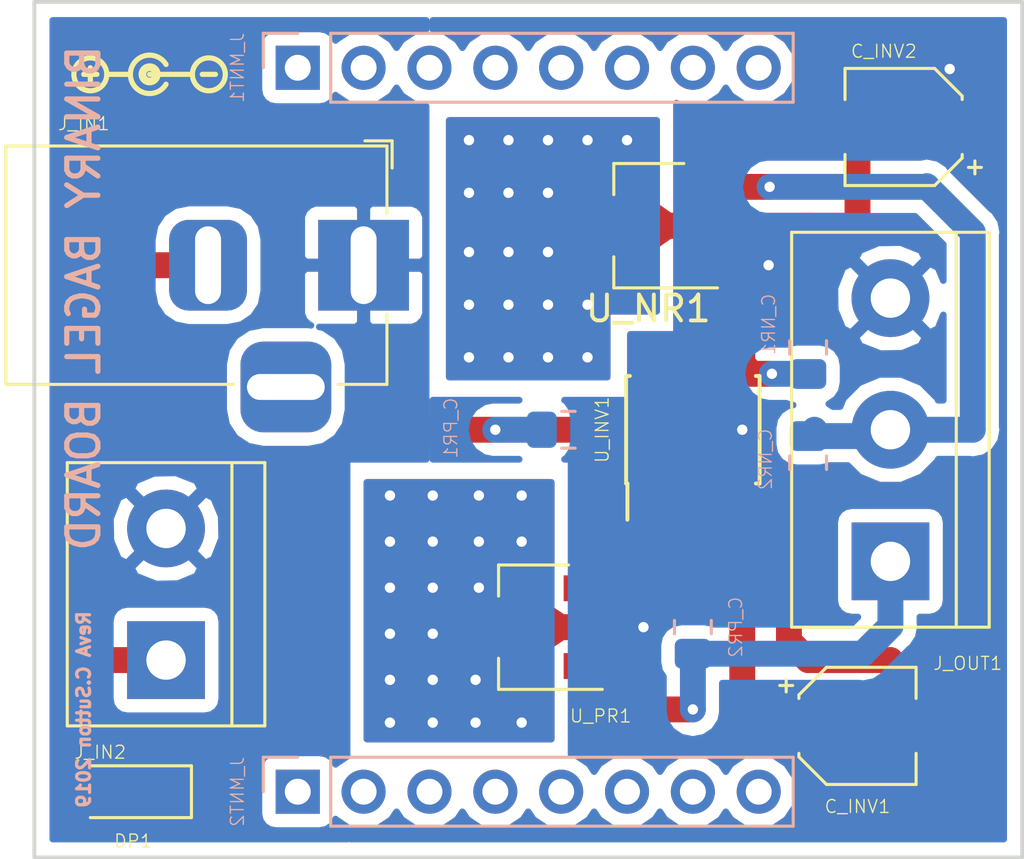
<source format=kicad_pcb>
(kicad_pcb (version 20171130) (host pcbnew "(5.0.0)")

  (general
    (thickness 1.6)
    (drawings 15)
    (tracks 115)
    (zones 0)
    (modules 15)
    (nets 9)
  )

  (page A4)
  (layers
    (0 F.Cu signal)
    (31 B.Cu signal)
    (32 B.Adhes user)
    (33 F.Adhes user)
    (34 B.Paste user)
    (35 F.Paste user)
    (36 B.SilkS user)
    (37 F.SilkS user)
    (38 B.Mask user)
    (39 F.Mask user)
    (40 Dwgs.User user)
    (41 Cmts.User user)
    (42 Eco1.User user)
    (43 Eco2.User user)
    (44 Edge.Cuts user)
    (45 Margin user)
    (46 B.CrtYd user hide)
    (47 F.CrtYd user hide)
    (48 B.Fab user hide)
    (49 F.Fab user hide)
  )

  (setup
    (last_trace_width 0.25)
    (user_trace_width 1)
    (trace_clearance 0.2)
    (zone_clearance 0.508)
    (zone_45_only no)
    (trace_min 0.2)
    (segment_width 0.2)
    (edge_width 0.15)
    (via_size 0.8)
    (via_drill 0.4)
    (via_min_size 0.4)
    (via_min_drill 0.3)
    (uvia_size 0.3)
    (uvia_drill 0.1)
    (uvias_allowed no)
    (uvia_min_size 0.2)
    (uvia_min_drill 0.1)
    (pcb_text_width 0.3)
    (pcb_text_size 1.5 1.5)
    (mod_edge_width 0.15)
    (mod_text_size 0.5 0.5)
    (mod_text_width 0.05)
    (pad_size 1.524 1.524)
    (pad_drill 0.762)
    (pad_to_mask_clearance 0.2)
    (aux_axis_origin 0 0)
    (visible_elements 7FFFFFFF)
    (pcbplotparams
      (layerselection 0x010fc_ffffffff)
      (usegerberextensions false)
      (usegerberattributes false)
      (usegerberadvancedattributes false)
      (creategerberjobfile false)
      (excludeedgelayer true)
      (linewidth 0.100000)
      (plotframeref false)
      (viasonmask false)
      (mode 1)
      (useauxorigin false)
      (hpglpennumber 1)
      (hpglpenspeed 20)
      (hpglpendiameter 15.000000)
      (psnegative false)
      (psa4output false)
      (plotreference true)
      (plotvalue true)
      (plotinvisibletext false)
      (padsonsilk false)
      (subtractmaskfromsilk false)
      (outputformat 4)
      (mirror false)
      (drillshape 0)
      (scaleselection 1)
      (outputdirectory "docs/"))
  )

  (net 0 "")
  (net 1 "Net-(C_INV1-Pad1)")
  (net 2 "Net-(C_INV1-Pad2)")
  (net 3 "Net-(C_INV2-Pad2)")
  (net 4 /GND)
  (net 5 /-5V)
  (net 6 "Net-(C_PR1-Pad1)")
  (net 7 /+5V)
  (net 8 "Net-(DP1-Pad2)")

  (net_class Default "This is the default net class."
    (clearance 0.2)
    (trace_width 0.25)
    (via_dia 0.8)
    (via_drill 0.4)
    (uvia_dia 0.3)
    (uvia_drill 0.1)
    (add_net /+5V)
    (add_net /-5V)
    (add_net /GND)
    (add_net "Net-(C_INV1-Pad1)")
    (add_net "Net-(C_INV1-Pad2)")
    (add_net "Net-(C_INV2-Pad2)")
    (add_net "Net-(C_PR1-Pad1)")
    (add_net "Net-(DP1-Pad2)")
  )

  (module Package_SO:SOIC-8_3.9x4.9mm_P1.27mm (layer F.Cu) (tedit 5A02F2D3) (tstamp 5C32F42F)
    (at 119.38 62.23 90)
    (descr "8-Lead Plastic Small Outline (SN) - Narrow, 3.90 mm Body [SOIC] (see Microchip Packaging Specification 00000049BS.pdf)")
    (tags "SOIC 1.27")
    (path /5C26C78C)
    (attr smd)
    (fp_text reference U_INV1 (at 0 -3.5 90) (layer F.SilkS)
      (effects (font (size 0.5 0.5) (thickness 0.05)))
    )
    (fp_text value TC7662BxPA (at 0 3.5 90) (layer F.Fab)
      (effects (font (size 0.5 0.5) (thickness 0.05)))
    )
    (fp_text user %R (at 0 0 90) (layer F.Fab)
      (effects (font (size 0.5 0.5) (thickness 0.05)))
    )
    (fp_line (start -0.95 -2.45) (end 1.95 -2.45) (layer F.Fab) (width 0.1))
    (fp_line (start 1.95 -2.45) (end 1.95 2.45) (layer F.Fab) (width 0.1))
    (fp_line (start 1.95 2.45) (end -1.95 2.45) (layer F.Fab) (width 0.1))
    (fp_line (start -1.95 2.45) (end -1.95 -1.45) (layer F.Fab) (width 0.1))
    (fp_line (start -1.95 -1.45) (end -0.95 -2.45) (layer F.Fab) (width 0.1))
    (fp_line (start -3.73 -2.7) (end -3.73 2.7) (layer F.CrtYd) (width 0.05))
    (fp_line (start 3.73 -2.7) (end 3.73 2.7) (layer F.CrtYd) (width 0.05))
    (fp_line (start -3.73 -2.7) (end 3.73 -2.7) (layer F.CrtYd) (width 0.05))
    (fp_line (start -3.73 2.7) (end 3.73 2.7) (layer F.CrtYd) (width 0.05))
    (fp_line (start -2.075 -2.575) (end -2.075 -2.525) (layer F.SilkS) (width 0.15))
    (fp_line (start 2.075 -2.575) (end 2.075 -2.43) (layer F.SilkS) (width 0.15))
    (fp_line (start 2.075 2.575) (end 2.075 2.43) (layer F.SilkS) (width 0.15))
    (fp_line (start -2.075 2.575) (end -2.075 2.43) (layer F.SilkS) (width 0.15))
    (fp_line (start -2.075 -2.575) (end 2.075 -2.575) (layer F.SilkS) (width 0.15))
    (fp_line (start -2.075 2.575) (end 2.075 2.575) (layer F.SilkS) (width 0.15))
    (fp_line (start -2.075 -2.525) (end -3.475 -2.525) (layer F.SilkS) (width 0.15))
    (pad 1 smd rect (at -2.7 -1.905 90) (size 1.55 0.6) (layers F.Cu F.Paste F.Mask)
      (net 6 "Net-(C_PR1-Pad1)"))
    (pad 2 smd rect (at -2.7 -0.635 90) (size 1.55 0.6) (layers F.Cu F.Paste F.Mask)
      (net 1 "Net-(C_INV1-Pad1)"))
    (pad 3 smd rect (at -2.7 0.635 90) (size 1.55 0.6) (layers F.Cu F.Paste F.Mask)
      (net 4 /GND))
    (pad 4 smd rect (at -2.7 1.905 90) (size 1.55 0.6) (layers F.Cu F.Paste F.Mask)
      (net 2 "Net-(C_INV1-Pad2)"))
    (pad 5 smd rect (at 2.7 1.905 90) (size 1.55 0.6) (layers F.Cu F.Paste F.Mask)
      (net 3 "Net-(C_INV2-Pad2)"))
    (pad 6 smd rect (at 2.7 0.635 90) (size 1.55 0.6) (layers F.Cu F.Paste F.Mask)
      (net 4 /GND))
    (pad 7 smd rect (at 2.7 -0.635 90) (size 1.55 0.6) (layers F.Cu F.Paste F.Mask))
    (pad 8 smd rect (at 2.7 -1.905 90) (size 1.55 0.6) (layers F.Cu F.Paste F.Mask)
      (net 6 "Net-(C_PR1-Pad1)"))
    (model ${KISYS3DMOD}/Package_SO.3dshapes/SOIC-8_3.9x4.9mm_P1.27mm.wrl
      (at (xyz 0 0 0))
      (scale (xyz 1 1 1))
      (rotate (xyz 0 0 0))
    )
  )

  (module Capacitor_SMD:CP_Elec_4x5.7 (layer F.Cu) (tedit 5B3026A2) (tstamp 5C32F356)
    (at 125.73 73.66)
    (descr "SMT capacitor, aluminium electrolytic, 4x5.7, United Chemi-Con ")
    (tags "Capacitor Electrolytic")
    (path /5C270C48)
    (attr smd)
    (fp_text reference C_INV1 (at 0 3.1115) (layer F.SilkS)
      (effects (font (size 0.5 0.5) (thickness 0.05)))
    )
    (fp_text value 10uF (at 0 3.2) (layer F.Fab)
      (effects (font (size 0.5 0.5) (thickness 0.05)))
    )
    (fp_circle (center 0 0) (end 2 0) (layer F.Fab) (width 0.1))
    (fp_line (start 2.15 -2.15) (end 2.15 2.15) (layer F.Fab) (width 0.1))
    (fp_line (start -1.15 -2.15) (end 2.15 -2.15) (layer F.Fab) (width 0.1))
    (fp_line (start -1.15 2.15) (end 2.15 2.15) (layer F.Fab) (width 0.1))
    (fp_line (start -2.15 -1.15) (end -2.15 1.15) (layer F.Fab) (width 0.1))
    (fp_line (start -2.15 -1.15) (end -1.15 -2.15) (layer F.Fab) (width 0.1))
    (fp_line (start -2.15 1.15) (end -1.15 2.15) (layer F.Fab) (width 0.1))
    (fp_line (start -1.574773 -1) (end -1.174773 -1) (layer F.Fab) (width 0.1))
    (fp_line (start -1.374773 -1.2) (end -1.374773 -0.8) (layer F.Fab) (width 0.1))
    (fp_line (start 2.26 2.26) (end 2.26 1.06) (layer F.SilkS) (width 0.12))
    (fp_line (start 2.26 -2.26) (end 2.26 -1.06) (layer F.SilkS) (width 0.12))
    (fp_line (start -1.195563 -2.26) (end 2.26 -2.26) (layer F.SilkS) (width 0.12))
    (fp_line (start -1.195563 2.26) (end 2.26 2.26) (layer F.SilkS) (width 0.12))
    (fp_line (start -2.26 1.195563) (end -2.26 1.06) (layer F.SilkS) (width 0.12))
    (fp_line (start -2.26 -1.195563) (end -2.26 -1.06) (layer F.SilkS) (width 0.12))
    (fp_line (start -2.26 -1.195563) (end -1.195563 -2.26) (layer F.SilkS) (width 0.12))
    (fp_line (start -2.26 1.195563) (end -1.195563 2.26) (layer F.SilkS) (width 0.12))
    (fp_line (start -3 -1.56) (end -2.5 -1.56) (layer F.SilkS) (width 0.12))
    (fp_line (start -2.75 -1.81) (end -2.75 -1.31) (layer F.SilkS) (width 0.12))
    (fp_line (start 2.4 -2.4) (end 2.4 -1.05) (layer F.CrtYd) (width 0.05))
    (fp_line (start 2.4 -1.05) (end 3.35 -1.05) (layer F.CrtYd) (width 0.05))
    (fp_line (start 3.35 -1.05) (end 3.35 1.05) (layer F.CrtYd) (width 0.05))
    (fp_line (start 3.35 1.05) (end 2.4 1.05) (layer F.CrtYd) (width 0.05))
    (fp_line (start 2.4 1.05) (end 2.4 2.4) (layer F.CrtYd) (width 0.05))
    (fp_line (start -1.25 2.4) (end 2.4 2.4) (layer F.CrtYd) (width 0.05))
    (fp_line (start -1.25 -2.4) (end 2.4 -2.4) (layer F.CrtYd) (width 0.05))
    (fp_line (start -2.4 1.25) (end -1.25 2.4) (layer F.CrtYd) (width 0.05))
    (fp_line (start -2.4 -1.25) (end -1.25 -2.4) (layer F.CrtYd) (width 0.05))
    (fp_line (start -2.4 -1.25) (end -2.4 -1.05) (layer F.CrtYd) (width 0.05))
    (fp_line (start -2.4 1.05) (end -2.4 1.25) (layer F.CrtYd) (width 0.05))
    (fp_line (start -2.4 -1.05) (end -3.35 -1.05) (layer F.CrtYd) (width 0.05))
    (fp_line (start -3.35 -1.05) (end -3.35 1.05) (layer F.CrtYd) (width 0.05))
    (fp_line (start -3.35 1.05) (end -2.4 1.05) (layer F.CrtYd) (width 0.05))
    (fp_text user %R (at 0 0) (layer F.Fab)
      (effects (font (size 0.5 0.5) (thickness 0.05)))
    )
    (pad 1 smd rect (at -1.8 0) (size 2.6 1.6) (layers F.Cu F.Paste F.Mask)
      (net 1 "Net-(C_INV1-Pad1)"))
    (pad 2 smd rect (at 1.8 0) (size 2.6 1.6) (layers F.Cu F.Paste F.Mask)
      (net 2 "Net-(C_INV1-Pad2)"))
    (model ${KISYS3DMOD}/Capacitor_SMD.3dshapes/CP_Elec_4x5.7.wrl
      (at (xyz 0 0 0))
      (scale (xyz 1 1 1))
      (rotate (xyz 0 0 0))
    )
  )

  (module Capacitor_SMD:CP_Elec_4x5.7 (layer F.Cu) (tedit 5B3026A2) (tstamp 5C32F37E)
    (at 127.508 50.546 180)
    (descr "SMT capacitor, aluminium electrolytic, 4x5.7, United Chemi-Con ")
    (tags "Capacitor Electrolytic")
    (path /5C27D751)
    (attr smd)
    (fp_text reference C_INV2 (at 0.762 2.921 180) (layer F.SilkS)
      (effects (font (size 0.5 0.5) (thickness 0.05)))
    )
    (fp_text value 10uF (at 0 3.2 180) (layer F.Fab)
      (effects (font (size 0.5 0.5) (thickness 0.05)))
    )
    (fp_text user %R (at 0 0 180) (layer F.Fab)
      (effects (font (size 0.5 0.5) (thickness 0.05)))
    )
    (fp_line (start -3.35 1.05) (end -2.4 1.05) (layer F.CrtYd) (width 0.05))
    (fp_line (start -3.35 -1.05) (end -3.35 1.05) (layer F.CrtYd) (width 0.05))
    (fp_line (start -2.4 -1.05) (end -3.35 -1.05) (layer F.CrtYd) (width 0.05))
    (fp_line (start -2.4 1.05) (end -2.4 1.25) (layer F.CrtYd) (width 0.05))
    (fp_line (start -2.4 -1.25) (end -2.4 -1.05) (layer F.CrtYd) (width 0.05))
    (fp_line (start -2.4 -1.25) (end -1.25 -2.4) (layer F.CrtYd) (width 0.05))
    (fp_line (start -2.4 1.25) (end -1.25 2.4) (layer F.CrtYd) (width 0.05))
    (fp_line (start -1.25 -2.4) (end 2.4 -2.4) (layer F.CrtYd) (width 0.05))
    (fp_line (start -1.25 2.4) (end 2.4 2.4) (layer F.CrtYd) (width 0.05))
    (fp_line (start 2.4 1.05) (end 2.4 2.4) (layer F.CrtYd) (width 0.05))
    (fp_line (start 3.35 1.05) (end 2.4 1.05) (layer F.CrtYd) (width 0.05))
    (fp_line (start 3.35 -1.05) (end 3.35 1.05) (layer F.CrtYd) (width 0.05))
    (fp_line (start 2.4 -1.05) (end 3.35 -1.05) (layer F.CrtYd) (width 0.05))
    (fp_line (start 2.4 -2.4) (end 2.4 -1.05) (layer F.CrtYd) (width 0.05))
    (fp_line (start -2.75 -1.81) (end -2.75 -1.31) (layer F.SilkS) (width 0.12))
    (fp_line (start -3 -1.56) (end -2.5 -1.56) (layer F.SilkS) (width 0.12))
    (fp_line (start -2.26 1.195563) (end -1.195563 2.26) (layer F.SilkS) (width 0.12))
    (fp_line (start -2.26 -1.195563) (end -1.195563 -2.26) (layer F.SilkS) (width 0.12))
    (fp_line (start -2.26 -1.195563) (end -2.26 -1.06) (layer F.SilkS) (width 0.12))
    (fp_line (start -2.26 1.195563) (end -2.26 1.06) (layer F.SilkS) (width 0.12))
    (fp_line (start -1.195563 2.26) (end 2.26 2.26) (layer F.SilkS) (width 0.12))
    (fp_line (start -1.195563 -2.26) (end 2.26 -2.26) (layer F.SilkS) (width 0.12))
    (fp_line (start 2.26 -2.26) (end 2.26 -1.06) (layer F.SilkS) (width 0.12))
    (fp_line (start 2.26 2.26) (end 2.26 1.06) (layer F.SilkS) (width 0.12))
    (fp_line (start -1.374773 -1.2) (end -1.374773 -0.8) (layer F.Fab) (width 0.1))
    (fp_line (start -1.574773 -1) (end -1.174773 -1) (layer F.Fab) (width 0.1))
    (fp_line (start -2.15 1.15) (end -1.15 2.15) (layer F.Fab) (width 0.1))
    (fp_line (start -2.15 -1.15) (end -1.15 -2.15) (layer F.Fab) (width 0.1))
    (fp_line (start -2.15 -1.15) (end -2.15 1.15) (layer F.Fab) (width 0.1))
    (fp_line (start -1.15 2.15) (end 2.15 2.15) (layer F.Fab) (width 0.1))
    (fp_line (start -1.15 -2.15) (end 2.15 -2.15) (layer F.Fab) (width 0.1))
    (fp_line (start 2.15 -2.15) (end 2.15 2.15) (layer F.Fab) (width 0.1))
    (fp_circle (center 0 0) (end 2 0) (layer F.Fab) (width 0.1))
    (pad 2 smd rect (at 1.8 0 180) (size 2.6 1.6) (layers F.Cu F.Paste F.Mask)
      (net 3 "Net-(C_INV2-Pad2)"))
    (pad 1 smd rect (at -1.8 0 180) (size 2.6 1.6) (layers F.Cu F.Paste F.Mask)
      (net 4 /GND))
    (model ${KISYS3DMOD}/Capacitor_SMD.3dshapes/CP_Elec_4x5.7.wrl
      (at (xyz 0 0 0))
      (scale (xyz 1 1 1))
      (rotate (xyz 0 0 0))
    )
  )

  (module Capacitor_SMD:C_0805_2012Metric_Pad1.15x1.40mm_HandSolder (layer B.Cu) (tedit 5B36C52B) (tstamp 5C32F38F)
    (at 123.825 59.055 270)
    (descr "Capacitor SMD 0805 (2012 Metric), square (rectangular) end terminal, IPC_7351 nominal with elongated pad for handsoldering. (Body size source: https://docs.google.com/spreadsheets/d/1BsfQQcO9C6DZCsRaXUlFlo91Tg2WpOkGARC1WS5S8t0/edit?usp=sharing), generated with kicad-footprint-generator")
    (tags "capacitor handsolder")
    (path /5C26D5DE)
    (attr smd)
    (fp_text reference C_NR1 (at -0.889 1.524 270) (layer B.SilkS)
      (effects (font (size 0.5 0.5) (thickness 0.05)) (justify mirror))
    )
    (fp_text value 330nF (at 0 -1.65 270) (layer B.Fab)
      (effects (font (size 0.5 0.5) (thickness 0.05)) (justify mirror))
    )
    (fp_line (start -1 -0.6) (end -1 0.6) (layer B.Fab) (width 0.1))
    (fp_line (start -1 0.6) (end 1 0.6) (layer B.Fab) (width 0.1))
    (fp_line (start 1 0.6) (end 1 -0.6) (layer B.Fab) (width 0.1))
    (fp_line (start 1 -0.6) (end -1 -0.6) (layer B.Fab) (width 0.1))
    (fp_line (start -0.261252 0.71) (end 0.261252 0.71) (layer B.SilkS) (width 0.12))
    (fp_line (start -0.261252 -0.71) (end 0.261252 -0.71) (layer B.SilkS) (width 0.12))
    (fp_line (start -1.85 -0.95) (end -1.85 0.95) (layer B.CrtYd) (width 0.05))
    (fp_line (start -1.85 0.95) (end 1.85 0.95) (layer B.CrtYd) (width 0.05))
    (fp_line (start 1.85 0.95) (end 1.85 -0.95) (layer B.CrtYd) (width 0.05))
    (fp_line (start 1.85 -0.95) (end -1.85 -0.95) (layer B.CrtYd) (width 0.05))
    (fp_text user %R (at 0 -0.0254 270) (layer B.Fab)
      (effects (font (size 0.5 0.5) (thickness 0.05)) (justify mirror))
    )
    (pad 1 smd roundrect (at -1.025 0 270) (size 1.15 1.4) (layers B.Cu B.Paste B.Mask) (roundrect_rratio 0.217391)
      (net 4 /GND))
    (pad 2 smd roundrect (at 1.025 0 270) (size 1.15 1.4) (layers B.Cu B.Paste B.Mask) (roundrect_rratio 0.217391)
      (net 3 "Net-(C_INV2-Pad2)"))
    (model ${KISYS3DMOD}/Capacitor_SMD.3dshapes/C_0805_2012Metric.wrl
      (at (xyz 0 0 0))
      (scale (xyz 1 1 1))
      (rotate (xyz 0 0 0))
    )
  )

  (module Capacitor_SMD:C_0805_2012Metric_Pad1.15x1.40mm_HandSolder (layer B.Cu) (tedit 5B36C52B) (tstamp 5C32F3A0)
    (at 123.825 63.5 90)
    (descr "Capacitor SMD 0805 (2012 Metric), square (rectangular) end terminal, IPC_7351 nominal with elongated pad for handsoldering. (Body size source: https://docs.google.com/spreadsheets/d/1BsfQQcO9C6DZCsRaXUlFlo91Tg2WpOkGARC1WS5S8t0/edit?usp=sharing), generated with kicad-footprint-generator")
    (tags "capacitor handsolder")
    (path /5C26D9DD)
    (attr smd)
    (fp_text reference C_NR2 (at 0.127 -1.651 90) (layer B.SilkS)
      (effects (font (size 0.5 0.5) (thickness 0.05)) (justify mirror))
    )
    (fp_text value 100nF (at 0 -1.65 90) (layer B.Fab)
      (effects (font (size 0.5 0.5) (thickness 0.05)) (justify mirror))
    )
    (fp_text user %R (at 0 0 270) (layer B.Fab)
      (effects (font (size 0.5 0.5) (thickness 0.05)) (justify mirror))
    )
    (fp_line (start 1.85 -0.95) (end -1.85 -0.95) (layer B.CrtYd) (width 0.05))
    (fp_line (start 1.85 0.95) (end 1.85 -0.95) (layer B.CrtYd) (width 0.05))
    (fp_line (start -1.85 0.95) (end 1.85 0.95) (layer B.CrtYd) (width 0.05))
    (fp_line (start -1.85 -0.95) (end -1.85 0.95) (layer B.CrtYd) (width 0.05))
    (fp_line (start -0.261252 -0.71) (end 0.261252 -0.71) (layer B.SilkS) (width 0.12))
    (fp_line (start -0.261252 0.71) (end 0.261252 0.71) (layer B.SilkS) (width 0.12))
    (fp_line (start 1 -0.6) (end -1 -0.6) (layer B.Fab) (width 0.1))
    (fp_line (start 1 0.6) (end 1 -0.6) (layer B.Fab) (width 0.1))
    (fp_line (start -1 0.6) (end 1 0.6) (layer B.Fab) (width 0.1))
    (fp_line (start -1 -0.6) (end -1 0.6) (layer B.Fab) (width 0.1))
    (pad 2 smd roundrect (at 1.025 0 90) (size 1.15 1.4) (layers B.Cu B.Paste B.Mask) (roundrect_rratio 0.217391)
      (net 5 /-5V))
    (pad 1 smd roundrect (at -1.025 0 90) (size 1.15 1.4) (layers B.Cu B.Paste B.Mask) (roundrect_rratio 0.217391)
      (net 4 /GND))
    (model ${KISYS3DMOD}/Capacitor_SMD.3dshapes/C_0805_2012Metric.wrl
      (at (xyz 0 0 0))
      (scale (xyz 1 1 1))
      (rotate (xyz 0 0 0))
    )
  )

  (module Capacitor_SMD:C_0805_2012Metric_Pad1.15x1.40mm_HandSolder (layer B.Cu) (tedit 5B36C52B) (tstamp 5C32F3B1)
    (at 114.5794 62.23)
    (descr "Capacitor SMD 0805 (2012 Metric), square (rectangular) end terminal, IPC_7351 nominal with elongated pad for handsoldering. (Body size source: https://docs.google.com/spreadsheets/d/1BsfQQcO9C6DZCsRaXUlFlo91Tg2WpOkGARC1WS5S8t0/edit?usp=sharing), generated with kicad-footprint-generator")
    (tags "capacitor handsolder")
    (path /5C26DA3F)
    (attr smd)
    (fp_text reference C_PR1 (at -4.5339 -0.0635 90) (layer B.SilkS)
      (effects (font (size 0.5 0.5) (thickness 0.05)) (justify mirror))
    )
    (fp_text value 330nF (at 0 -1.65) (layer B.Fab)
      (effects (font (size 0.5 0.5) (thickness 0.05)) (justify mirror))
    )
    (fp_text user %R (at 0 0) (layer B.Fab)
      (effects (font (size 0.5 0.5) (thickness 0.05)) (justify mirror))
    )
    (fp_line (start 1.85 -0.95) (end -1.85 -0.95) (layer B.CrtYd) (width 0.05))
    (fp_line (start 1.85 0.95) (end 1.85 -0.95) (layer B.CrtYd) (width 0.05))
    (fp_line (start -1.85 0.95) (end 1.85 0.95) (layer B.CrtYd) (width 0.05))
    (fp_line (start -1.85 -0.95) (end -1.85 0.95) (layer B.CrtYd) (width 0.05))
    (fp_line (start -0.261252 -0.71) (end 0.261252 -0.71) (layer B.SilkS) (width 0.12))
    (fp_line (start -0.261252 0.71) (end 0.261252 0.71) (layer B.SilkS) (width 0.12))
    (fp_line (start 1 -0.6) (end -1 -0.6) (layer B.Fab) (width 0.1))
    (fp_line (start 1 0.6) (end 1 -0.6) (layer B.Fab) (width 0.1))
    (fp_line (start -1 0.6) (end 1 0.6) (layer B.Fab) (width 0.1))
    (fp_line (start -1 -0.6) (end -1 0.6) (layer B.Fab) (width 0.1))
    (pad 2 smd roundrect (at 1.025 0) (size 1.15 1.4) (layers B.Cu B.Paste B.Mask) (roundrect_rratio 0.217391)
      (net 4 /GND))
    (pad 1 smd roundrect (at -1.025 0) (size 1.15 1.4) (layers B.Cu B.Paste B.Mask) (roundrect_rratio 0.217391)
      (net 6 "Net-(C_PR1-Pad1)"))
    (model ${KISYS3DMOD}/Capacitor_SMD.3dshapes/C_0805_2012Metric.wrl
      (at (xyz 0 0 0))
      (scale (xyz 1 1 1))
      (rotate (xyz 0 0 0))
    )
  )

  (module Capacitor_SMD:C_0805_2012Metric_Pad1.15x1.40mm_HandSolder (layer B.Cu) (tedit 5B36C52B) (tstamp 5C32F3C2)
    (at 119.38 69.85 90)
    (descr "Capacitor SMD 0805 (2012 Metric), square (rectangular) end terminal, IPC_7351 nominal with elongated pad for handsoldering. (Body size source: https://docs.google.com/spreadsheets/d/1BsfQQcO9C6DZCsRaXUlFlo91Tg2WpOkGARC1WS5S8t0/edit?usp=sharing), generated with kicad-footprint-generator")
    (tags "capacitor handsolder")
    (path /5C26DA13)
    (attr smd)
    (fp_text reference C_PR2 (at 0 1.65 90) (layer B.SilkS)
      (effects (font (size 0.5 0.5) (thickness 0.05)) (justify mirror))
    )
    (fp_text value 100nF (at 0 -1.65 90) (layer B.Fab)
      (effects (font (size 0.5 0.5) (thickness 0.05)) (justify mirror))
    )
    (fp_line (start -1 -0.6) (end -1 0.6) (layer B.Fab) (width 0.1))
    (fp_line (start -1 0.6) (end 1 0.6) (layer B.Fab) (width 0.1))
    (fp_line (start 1 0.6) (end 1 -0.6) (layer B.Fab) (width 0.1))
    (fp_line (start 1 -0.6) (end -1 -0.6) (layer B.Fab) (width 0.1))
    (fp_line (start -0.261252 0.71) (end 0.261252 0.71) (layer B.SilkS) (width 0.12))
    (fp_line (start -0.261252 -0.71) (end 0.261252 -0.71) (layer B.SilkS) (width 0.12))
    (fp_line (start -1.85 -0.95) (end -1.85 0.95) (layer B.CrtYd) (width 0.05))
    (fp_line (start -1.85 0.95) (end 1.85 0.95) (layer B.CrtYd) (width 0.05))
    (fp_line (start 1.85 0.95) (end 1.85 -0.95) (layer B.CrtYd) (width 0.05))
    (fp_line (start 1.85 -0.95) (end -1.85 -0.95) (layer B.CrtYd) (width 0.05))
    (fp_text user %R (at 0 0 90) (layer B.Fab)
      (effects (font (size 0.5 0.5) (thickness 0.05)) (justify mirror))
    )
    (pad 1 smd roundrect (at -1.025 0 90) (size 1.15 1.4) (layers B.Cu B.Paste B.Mask) (roundrect_rratio 0.217391)
      (net 7 /+5V))
    (pad 2 smd roundrect (at 1.025 0 90) (size 1.15 1.4) (layers B.Cu B.Paste B.Mask) (roundrect_rratio 0.217391)
      (net 4 /GND))
    (model ${KISYS3DMOD}/Capacitor_SMD.3dshapes/C_0805_2012Metric.wrl
      (at (xyz 0 0 0))
      (scale (xyz 1 1 1))
      (rotate (xyz 0 0 0))
    )
  )

  (module Connector_BarrelJack:BarrelJack_Horizontal (layer F.Cu) (tedit 5A1DBF6A) (tstamp 5C32F3E5)
    (at 106.68 55.88)
    (descr "DC Barrel Jack")
    (tags "Power Jack")
    (path /5C26CFA1)
    (fp_text reference J_IN1 (at -10.795 -5.461) (layer F.SilkS)
      (effects (font (size 0.5 0.5) (thickness 0.05)))
    )
    (fp_text value Barrel_Jack (at -6.2 -5.5) (layer F.Fab)
      (effects (font (size 0.5 0.5) (thickness 0.05)))
    )
    (fp_text user %R (at -3 -2.95) (layer F.Fab)
      (effects (font (size 0.5 0.5) (thickness 0.05)))
    )
    (fp_line (start -0.003213 -4.505425) (end 0.8 -3.75) (layer F.Fab) (width 0.1))
    (fp_line (start 1.1 -3.75) (end 1.1 -4.8) (layer F.SilkS) (width 0.12))
    (fp_line (start 0.05 -4.8) (end 1.1 -4.8) (layer F.SilkS) (width 0.12))
    (fp_line (start 1 -4.5) (end 1 -4.75) (layer F.CrtYd) (width 0.05))
    (fp_line (start 1 -4.75) (end -14 -4.75) (layer F.CrtYd) (width 0.05))
    (fp_line (start 1 -4.5) (end 1 -2) (layer F.CrtYd) (width 0.05))
    (fp_line (start 1 -2) (end 2 -2) (layer F.CrtYd) (width 0.05))
    (fp_line (start 2 -2) (end 2 2) (layer F.CrtYd) (width 0.05))
    (fp_line (start 2 2) (end 1 2) (layer F.CrtYd) (width 0.05))
    (fp_line (start 1 2) (end 1 4.75) (layer F.CrtYd) (width 0.05))
    (fp_line (start 1 4.75) (end -1 4.75) (layer F.CrtYd) (width 0.05))
    (fp_line (start -1 4.75) (end -1 6.75) (layer F.CrtYd) (width 0.05))
    (fp_line (start -1 6.75) (end -5 6.75) (layer F.CrtYd) (width 0.05))
    (fp_line (start -5 6.75) (end -5 4.75) (layer F.CrtYd) (width 0.05))
    (fp_line (start -5 4.75) (end -14 4.75) (layer F.CrtYd) (width 0.05))
    (fp_line (start -14 4.75) (end -14 -4.75) (layer F.CrtYd) (width 0.05))
    (fp_line (start -5 4.6) (end -13.8 4.6) (layer F.SilkS) (width 0.12))
    (fp_line (start -13.8 4.6) (end -13.8 -4.6) (layer F.SilkS) (width 0.12))
    (fp_line (start 0.9 1.9) (end 0.9 4.6) (layer F.SilkS) (width 0.12))
    (fp_line (start 0.9 4.6) (end -1 4.6) (layer F.SilkS) (width 0.12))
    (fp_line (start -13.8 -4.6) (end 0.9 -4.6) (layer F.SilkS) (width 0.12))
    (fp_line (start 0.9 -4.6) (end 0.9 -2) (layer F.SilkS) (width 0.12))
    (fp_line (start -10.2 -4.5) (end -10.2 4.5) (layer F.Fab) (width 0.1))
    (fp_line (start -13.7 -4.5) (end -13.7 4.5) (layer F.Fab) (width 0.1))
    (fp_line (start -13.7 4.5) (end 0.8 4.5) (layer F.Fab) (width 0.1))
    (fp_line (start 0.8 4.5) (end 0.8 -3.75) (layer F.Fab) (width 0.1))
    (fp_line (start 0 -4.5) (end -13.7 -4.5) (layer F.Fab) (width 0.1))
    (pad 1 thru_hole rect (at 0 0) (size 3.5 3.5) (drill oval 1 3) (layers *.Cu *.Mask)
      (net 4 /GND))
    (pad 2 thru_hole roundrect (at -6 0) (size 3 3.5) (drill oval 1 3) (layers *.Cu *.Mask) (roundrect_rratio 0.25)
      (net 8 "Net-(DP1-Pad2)"))
    (pad 3 thru_hole roundrect (at -3 4.7) (size 3.5 3.5) (drill oval 3 1) (layers *.Cu *.Mask) (roundrect_rratio 0.25))
    (model ${KIPRJMOD}/libs/3D/dc-power-barrel-2mm-jack-pth-1.snapshot.3/AB2_PB_2MM_JACK_PTH.wrl
      (offset (xyz -13.5 0 0))
      (scale (xyz 0.4 0.4 0.4))
      (rotate (xyz 0 0 90))
    )
  )

  (module Package_TO_SOT_SMD:SOT-89-3_Handsoldering (layer F.Cu) (tedit 5A02FF57) (tstamp 5C32F45D)
    (at 113.665 69.85 180)
    (descr "SOT-89-3 Handsoldering")
    (tags "SOT-89-3 Handsoldering")
    (path /5C26C8ED)
    (attr smd)
    (fp_text reference U_PR1 (at -2.159 -3.429 180) (layer F.SilkS)
      (effects (font (size 0.5 0.5) (thickness 0.05)))
    )
    (fp_text value MC78L05_SOT89 (at 0.5 3.15 180) (layer F.Fab)
      (effects (font (size 0.5 0.5) (thickness 0.05)))
    )
    (fp_line (start -0.13 -2.3) (end 1.68 -2.3) (layer F.Fab) (width 0.1))
    (fp_line (start -0.92 2.3) (end -0.92 -1.51) (layer F.Fab) (width 0.1))
    (fp_line (start 1.68 2.3) (end -0.92 2.3) (layer F.Fab) (width 0.1))
    (fp_line (start 1.68 -2.3) (end 1.68 2.3) (layer F.Fab) (width 0.1))
    (fp_line (start -0.92 -1.51) (end -0.13 -2.3) (layer F.Fab) (width 0.1))
    (fp_line (start 1.78 -2.4) (end 1.78 -1.2) (layer F.SilkS) (width 0.12))
    (fp_line (start -2.22 -2.4) (end 1.78 -2.4) (layer F.SilkS) (width 0.12))
    (fp_line (start 1.78 2.4) (end -0.92 2.4) (layer F.SilkS) (width 0.12))
    (fp_line (start 1.78 1.2) (end 1.78 2.4) (layer F.SilkS) (width 0.12))
    (fp_line (start -3.5 -2.55) (end -3.5 2.55) (layer F.CrtYd) (width 0.05))
    (fp_line (start 4.25 -2.55) (end -3.5 -2.55) (layer F.CrtYd) (width 0.05))
    (fp_line (start 4.25 2.55) (end 4.25 -2.55) (layer F.CrtYd) (width 0.05))
    (fp_line (start -3.5 2.55) (end 4.25 2.55) (layer F.CrtYd) (width 0.05))
    (fp_text user %R (at 0.38 0 270) (layer F.Fab)
      (effects (font (size 0.5 0.5) (thickness 0.05)))
    )
    (pad 2 smd trapezoid (at -0.37 0 270) (size 1.5 0.75) (rect_delta 0 0.5 ) (layers F.Cu F.Paste F.Mask)
      (net 4 /GND))
    (pad 2 smd rect (at 1.98 0 90) (size 2 4) (layers F.Cu F.Paste F.Mask)
      (net 4 /GND))
    (pad 3 smd rect (at -1.98 1.5 90) (size 1 2.5) (layers F.Cu F.Paste F.Mask)
      (net 6 "Net-(C_PR1-Pad1)"))
    (pad 2 smd rect (at -1.98 0 90) (size 1 2.5) (layers F.Cu F.Paste F.Mask)
      (net 4 /GND))
    (pad 1 smd rect (at -1.98 -1.5 90) (size 1 2.5) (layers F.Cu F.Paste F.Mask)
      (net 7 /+5V))
    (model ${KISYS3DMOD}/Package_TO_SOT_SMD.3dshapes/SOT-89-3.wrl
      (at (xyz 0 0 0))
      (scale (xyz 1 1 1))
      (rotate (xyz 0 0 0))
    )
  )

  (module Connector_PinHeader_2.54mm:PinHeader_1x08_P2.54mm_Vertical (layer B.Cu) (tedit 59FED5CC) (tstamp 5C3E9A17)
    (at 104.14 48.26 270)
    (descr "Through hole straight pin header, 1x08, 2.54mm pitch, single row")
    (tags "Through hole pin header THT 1x08 2.54mm single row")
    (path /5C2987BB)
    (fp_text reference J_MNT1 (at 0 2.33 270) (layer B.SilkS)
      (effects (font (size 0.5 0.5) (thickness 0.05)) (justify mirror))
    )
    (fp_text value Conn_01x08 (at 0 -20.11 270) (layer B.Fab)
      (effects (font (size 0.5 0.5) (thickness 0.05)) (justify mirror))
    )
    (fp_line (start -0.635 1.27) (end 1.27 1.27) (layer B.Fab) (width 0.1))
    (fp_line (start 1.27 1.27) (end 1.27 -19.05) (layer B.Fab) (width 0.1))
    (fp_line (start 1.27 -19.05) (end -1.27 -19.05) (layer B.Fab) (width 0.1))
    (fp_line (start -1.27 -19.05) (end -1.27 0.635) (layer B.Fab) (width 0.1))
    (fp_line (start -1.27 0.635) (end -0.635 1.27) (layer B.Fab) (width 0.1))
    (fp_line (start -1.33 -19.11) (end 1.33 -19.11) (layer B.SilkS) (width 0.12))
    (fp_line (start -1.33 -1.27) (end -1.33 -19.11) (layer B.SilkS) (width 0.12))
    (fp_line (start 1.33 -1.27) (end 1.33 -19.11) (layer B.SilkS) (width 0.12))
    (fp_line (start -1.33 -1.27) (end 1.33 -1.27) (layer B.SilkS) (width 0.12))
    (fp_line (start -1.33 0) (end -1.33 1.33) (layer B.SilkS) (width 0.12))
    (fp_line (start -1.33 1.33) (end 0 1.33) (layer B.SilkS) (width 0.12))
    (fp_line (start -1.8 1.8) (end -1.8 -19.55) (layer B.CrtYd) (width 0.05))
    (fp_line (start -1.8 -19.55) (end 1.8 -19.55) (layer B.CrtYd) (width 0.05))
    (fp_line (start 1.8 -19.55) (end 1.8 1.8) (layer B.CrtYd) (width 0.05))
    (fp_line (start 1.8 1.8) (end -1.8 1.8) (layer B.CrtYd) (width 0.05))
    (fp_text user %R (at 0 -8.89 180) (layer B.Fab)
      (effects (font (size 0.5 0.5) (thickness 0.05)) (justify mirror))
    )
    (pad 1 thru_hole rect (at 0 0 270) (size 1.7 1.7) (drill 1) (layers *.Cu *.Mask))
    (pad 2 thru_hole oval (at 0 -2.54 270) (size 1.7 1.7) (drill 1) (layers *.Cu *.Mask))
    (pad 3 thru_hole oval (at 0 -5.08 270) (size 1.7 1.7) (drill 1) (layers *.Cu *.Mask))
    (pad 4 thru_hole oval (at 0 -7.62 270) (size 1.7 1.7) (drill 1) (layers *.Cu *.Mask))
    (pad 5 thru_hole oval (at 0 -10.16 270) (size 1.7 1.7) (drill 1) (layers *.Cu *.Mask))
    (pad 6 thru_hole oval (at 0 -12.7 270) (size 1.7 1.7) (drill 1) (layers *.Cu *.Mask))
    (pad 7 thru_hole oval (at 0 -15.24 270) (size 1.7 1.7) (drill 1) (layers *.Cu *.Mask))
    (pad 8 thru_hole oval (at 0 -17.78 270) (size 1.7 1.7) (drill 1) (layers *.Cu *.Mask))
    (model ${KISYS3DMOD}/Connector_PinHeader_2.54mm.3dshapes/PinHeader_1x08_P2.54mm_Vertical.wrl
      (at (xyz 0 0 0))
      (scale (xyz 1 1 1))
      (rotate (xyz 0 0 0))
    )
  )

  (module Connector_PinHeader_2.54mm:PinHeader_1x08_P2.54mm_Vertical (layer B.Cu) (tedit 59FED5CC) (tstamp 5C3E9A32)
    (at 104.14 76.2 270)
    (descr "Through hole straight pin header, 1x08, 2.54mm pitch, single row")
    (tags "Through hole pin header THT 1x08 2.54mm single row")
    (path /5C2987F7)
    (fp_text reference J_MNT2 (at 0 2.33 270) (layer B.SilkS)
      (effects (font (size 0.5 0.5) (thickness 0.05)) (justify mirror))
    )
    (fp_text value Conn_01x08 (at 0 -20.11 270) (layer B.Fab)
      (effects (font (size 0.5 0.5) (thickness 0.05)) (justify mirror))
    )
    (fp_text user %R (at 0 -8.89 180) (layer B.Fab)
      (effects (font (size 0.5 0.5) (thickness 0.05)) (justify mirror))
    )
    (fp_line (start 1.8 1.8) (end -1.8 1.8) (layer B.CrtYd) (width 0.05))
    (fp_line (start 1.8 -19.55) (end 1.8 1.8) (layer B.CrtYd) (width 0.05))
    (fp_line (start -1.8 -19.55) (end 1.8 -19.55) (layer B.CrtYd) (width 0.05))
    (fp_line (start -1.8 1.8) (end -1.8 -19.55) (layer B.CrtYd) (width 0.05))
    (fp_line (start -1.33 1.33) (end 0 1.33) (layer B.SilkS) (width 0.12))
    (fp_line (start -1.33 0) (end -1.33 1.33) (layer B.SilkS) (width 0.12))
    (fp_line (start -1.33 -1.27) (end 1.33 -1.27) (layer B.SilkS) (width 0.12))
    (fp_line (start 1.33 -1.27) (end 1.33 -19.11) (layer B.SilkS) (width 0.12))
    (fp_line (start -1.33 -1.27) (end -1.33 -19.11) (layer B.SilkS) (width 0.12))
    (fp_line (start -1.33 -19.11) (end 1.33 -19.11) (layer B.SilkS) (width 0.12))
    (fp_line (start -1.27 0.635) (end -0.635 1.27) (layer B.Fab) (width 0.1))
    (fp_line (start -1.27 -19.05) (end -1.27 0.635) (layer B.Fab) (width 0.1))
    (fp_line (start 1.27 -19.05) (end -1.27 -19.05) (layer B.Fab) (width 0.1))
    (fp_line (start 1.27 1.27) (end 1.27 -19.05) (layer B.Fab) (width 0.1))
    (fp_line (start -0.635 1.27) (end 1.27 1.27) (layer B.Fab) (width 0.1))
    (pad 8 thru_hole oval (at 0 -17.78 270) (size 1.7 1.7) (drill 1) (layers *.Cu *.Mask))
    (pad 7 thru_hole oval (at 0 -15.24 270) (size 1.7 1.7) (drill 1) (layers *.Cu *.Mask))
    (pad 6 thru_hole oval (at 0 -12.7 270) (size 1.7 1.7) (drill 1) (layers *.Cu *.Mask))
    (pad 5 thru_hole oval (at 0 -10.16 270) (size 1.7 1.7) (drill 1) (layers *.Cu *.Mask))
    (pad 4 thru_hole oval (at 0 -7.62 270) (size 1.7 1.7) (drill 1) (layers *.Cu *.Mask))
    (pad 3 thru_hole oval (at 0 -5.08 270) (size 1.7 1.7) (drill 1) (layers *.Cu *.Mask))
    (pad 2 thru_hole oval (at 0 -2.54 270) (size 1.7 1.7) (drill 1) (layers *.Cu *.Mask))
    (pad 1 thru_hole rect (at 0 0 270) (size 1.7 1.7) (drill 1) (layers *.Cu *.Mask))
    (model ${KISYS3DMOD}/Connector_PinHeader_2.54mm.3dshapes/PinHeader_1x08_P2.54mm_Vertical.wrl
      (at (xyz 0 0 0))
      (scale (xyz 1 1 1))
      (rotate (xyz 0 0 0))
    )
  )

  (module TerminalBlock:TerminalBlock_bornier-2_P5.08mm (layer F.Cu) (tedit 59FF03AB) (tstamp 5C3E9F16)
    (at 99.06 71.12 90)
    (descr "simple 2-pin terminal block, pitch 5.08mm, revamped version of bornier2")
    (tags "terminal block bornier2")
    (path /5C26D0F0)
    (fp_text reference J_IN2 (at -3.556 -2.54 180) (layer F.SilkS)
      (effects (font (size 0.5 0.5) (thickness 0.05)))
    )
    (fp_text value Conn_01x02 (at 2.54 5.08 90) (layer F.Fab)
      (effects (font (size 0.5 0.5) (thickness 0.05)))
    )
    (fp_text user %R (at 2.54 0 90) (layer F.Fab)
      (effects (font (size 0.5 0.5) (thickness 0.05)))
    )
    (fp_line (start -2.41 2.55) (end 7.49 2.55) (layer F.Fab) (width 0.1))
    (fp_line (start -2.46 -3.75) (end -2.46 3.75) (layer F.Fab) (width 0.1))
    (fp_line (start -2.46 3.75) (end 7.54 3.75) (layer F.Fab) (width 0.1))
    (fp_line (start 7.54 3.75) (end 7.54 -3.75) (layer F.Fab) (width 0.1))
    (fp_line (start 7.54 -3.75) (end -2.46 -3.75) (layer F.Fab) (width 0.1))
    (fp_line (start 7.62 2.54) (end -2.54 2.54) (layer F.SilkS) (width 0.12))
    (fp_line (start 7.62 3.81) (end 7.62 -3.81) (layer F.SilkS) (width 0.12))
    (fp_line (start 7.62 -3.81) (end -2.54 -3.81) (layer F.SilkS) (width 0.12))
    (fp_line (start -2.54 -3.81) (end -2.54 3.81) (layer F.SilkS) (width 0.12))
    (fp_line (start -2.54 3.81) (end 7.62 3.81) (layer F.SilkS) (width 0.12))
    (fp_line (start -2.71 -4) (end 7.79 -4) (layer F.CrtYd) (width 0.05))
    (fp_line (start -2.71 -4) (end -2.71 4) (layer F.CrtYd) (width 0.05))
    (fp_line (start 7.79 4) (end 7.79 -4) (layer F.CrtYd) (width 0.05))
    (fp_line (start 7.79 4) (end -2.71 4) (layer F.CrtYd) (width 0.05))
    (pad 1 thru_hole rect (at 0 0 90) (size 3 3) (drill 1.52) (layers *.Cu *.Mask)
      (net 8 "Net-(DP1-Pad2)"))
    (pad 2 thru_hole circle (at 5.08 0 90) (size 3 3) (drill 1.52) (layers *.Cu *.Mask)
      (net 4 /GND))
    (model ${KISYS3DMOD}/TerminalBlock.3dshapes/TerminalBlock_bornier-2_P5.08mm.wrl
      (offset (xyz 2.54 0 0))
      (scale (xyz 1 1 1))
      (rotate (xyz 20 0 0))
    )
    (model "${KIPRJMOD}/libs/3D/Screw Terminal Block 2 Way 5mm.step"
      (offset (xyz -2.5 0 0))
      (scale (xyz 1 1 1))
      (rotate (xyz -90 0 -90))
    )
  )

  (module TerminalBlock:TerminalBlock_bornier-3_P5.08mm (layer F.Cu) (tedit 59FF03B9) (tstamp 5C3E9F2A)
    (at 127 67.31 90)
    (descr "simple 3-pin terminal block, pitch 5.08mm, revamped version of bornier3")
    (tags "terminal block bornier3")
    (path /5C26CE74)
    (fp_text reference J_OUT1 (at -3.937 2.9845 180) (layer F.SilkS)
      (effects (font (size 0.5 0.5) (thickness 0.05)))
    )
    (fp_text value Conn_01x03 (at 5.08 5.08 90) (layer F.Fab)
      (effects (font (size 0.5 0.5) (thickness 0.05)))
    )
    (fp_text user %R (at 5.08 0 90) (layer F.Fab)
      (effects (font (size 0.5 0.5) (thickness 0.05)))
    )
    (fp_line (start -2.47 2.55) (end 12.63 2.55) (layer F.Fab) (width 0.1))
    (fp_line (start -2.47 -3.75) (end 12.63 -3.75) (layer F.Fab) (width 0.1))
    (fp_line (start 12.63 -3.75) (end 12.63 3.75) (layer F.Fab) (width 0.1))
    (fp_line (start 12.63 3.75) (end -2.47 3.75) (layer F.Fab) (width 0.1))
    (fp_line (start -2.47 3.75) (end -2.47 -3.75) (layer F.Fab) (width 0.1))
    (fp_line (start -2.54 3.81) (end -2.54 -3.81) (layer F.SilkS) (width 0.12))
    (fp_line (start 12.7 3.81) (end 12.7 -3.81) (layer F.SilkS) (width 0.12))
    (fp_line (start -2.54 2.54) (end 12.7 2.54) (layer F.SilkS) (width 0.12))
    (fp_line (start -2.54 -3.81) (end 12.7 -3.81) (layer F.SilkS) (width 0.12))
    (fp_line (start -2.54 3.81) (end 12.7 3.81) (layer F.SilkS) (width 0.12))
    (fp_line (start -2.72 -4) (end 12.88 -4) (layer F.CrtYd) (width 0.05))
    (fp_line (start -2.72 -4) (end -2.72 4) (layer F.CrtYd) (width 0.05))
    (fp_line (start 12.88 4) (end 12.88 -4) (layer F.CrtYd) (width 0.05))
    (fp_line (start 12.88 4) (end -2.72 4) (layer F.CrtYd) (width 0.05))
    (pad 1 thru_hole rect (at 0 0 90) (size 3 3) (drill 1.52) (layers *.Cu *.Mask)
      (net 7 /+5V))
    (pad 2 thru_hole circle (at 5.08 0 90) (size 3 3) (drill 1.52) (layers *.Cu *.Mask)
      (net 5 /-5V))
    (pad 3 thru_hole circle (at 10.16 0 90) (size 3 3) (drill 1.52) (layers *.Cu *.Mask)
      (net 4 /GND))
    (model "${KIPRJMOD}/libs/3D/Screw Terminal Block 3 Way 5mm.step"
      (offset (xyz 12.5 0 0))
      (scale (xyz 1 1 1))
      (rotate (xyz -90 0 90))
    )
  )

  (module Diode_SMD:D_SOD-123 (layer F.Cu) (tedit 58645DC7) (tstamp 5C339263)
    (at 97.79 76.2 180)
    (descr SOD-123)
    (tags SOD-123)
    (path /5C28AAA5)
    (attr smd)
    (fp_text reference DP1 (at 0 -1.905 180) (layer F.SilkS)
      (effects (font (size 0.5 0.5) (thickness 0.05)))
    )
    (fp_text value D_Schottky (at 0 2.1 180) (layer F.Fab)
      (effects (font (size 0.5 0.5) (thickness 0.05)))
    )
    (fp_text user %R (at 0 -2 180) (layer F.Fab)
      (effects (font (size 0.5 0.5) (thickness 0.05)))
    )
    (fp_line (start -2.25 -1) (end -2.25 1) (layer F.SilkS) (width 0.12))
    (fp_line (start 0.25 0) (end 0.75 0) (layer F.Fab) (width 0.1))
    (fp_line (start 0.25 0.4) (end -0.35 0) (layer F.Fab) (width 0.1))
    (fp_line (start 0.25 -0.4) (end 0.25 0.4) (layer F.Fab) (width 0.1))
    (fp_line (start -0.35 0) (end 0.25 -0.4) (layer F.Fab) (width 0.1))
    (fp_line (start -0.35 0) (end -0.35 0.55) (layer F.Fab) (width 0.1))
    (fp_line (start -0.35 0) (end -0.35 -0.55) (layer F.Fab) (width 0.1))
    (fp_line (start -0.75 0) (end -0.35 0) (layer F.Fab) (width 0.1))
    (fp_line (start -1.4 0.9) (end -1.4 -0.9) (layer F.Fab) (width 0.1))
    (fp_line (start 1.4 0.9) (end -1.4 0.9) (layer F.Fab) (width 0.1))
    (fp_line (start 1.4 -0.9) (end 1.4 0.9) (layer F.Fab) (width 0.1))
    (fp_line (start -1.4 -0.9) (end 1.4 -0.9) (layer F.Fab) (width 0.1))
    (fp_line (start -2.35 -1.15) (end 2.35 -1.15) (layer F.CrtYd) (width 0.05))
    (fp_line (start 2.35 -1.15) (end 2.35 1.15) (layer F.CrtYd) (width 0.05))
    (fp_line (start 2.35 1.15) (end -2.35 1.15) (layer F.CrtYd) (width 0.05))
    (fp_line (start -2.35 -1.15) (end -2.35 1.15) (layer F.CrtYd) (width 0.05))
    (fp_line (start -2.25 1) (end 1.65 1) (layer F.SilkS) (width 0.12))
    (fp_line (start -2.25 -1) (end 1.65 -1) (layer F.SilkS) (width 0.12))
    (pad 1 smd rect (at -1.65 0 180) (size 0.9 1.2) (layers F.Cu F.Paste F.Mask)
      (net 6 "Net-(C_PR1-Pad1)"))
    (pad 2 smd rect (at 1.65 0 180) (size 0.9 1.2) (layers F.Cu F.Paste F.Mask)
      (net 8 "Net-(DP1-Pad2)"))
    (model ${KISYS3DMOD}/Diode_SMD.3dshapes/D_SOD-123.wrl
      (at (xyz 0 0 0))
      (scale (xyz 1 1 1))
      (rotate (xyz 0 0 0))
    )
  )

  (module Package_TO_SOT_SMD:SOT-89-3 (layer F.Cu) (tedit 5A02FF57) (tstamp 5C49B3EA)
    (at 118.11 54.356 180)
    (descr SOT-89-3)
    (tags SOT-89-3)
    (path /5C3DA091)
    (attr smd)
    (fp_text reference U_NR1 (at 0.45 -3.2 180) (layer F.SilkS)
      (effects (font (size 1 1) (thickness 0.15)))
    )
    (fp_text value L79L05_SOT89 (at 0.45 3.25 180) (layer F.Fab)
      (effects (font (size 1 1) (thickness 0.15)))
    )
    (fp_text user %R (at 0.38 0 270) (layer F.Fab)
      (effects (font (size 0.6 0.6) (thickness 0.09)))
    )
    (fp_line (start 1.78 1.2) (end 1.78 2.4) (layer F.SilkS) (width 0.12))
    (fp_line (start 1.78 2.4) (end -0.92 2.4) (layer F.SilkS) (width 0.12))
    (fp_line (start -2.22 -2.4) (end 1.78 -2.4) (layer F.SilkS) (width 0.12))
    (fp_line (start 1.78 -2.4) (end 1.78 -1.2) (layer F.SilkS) (width 0.12))
    (fp_line (start -0.92 -1.51) (end -0.13 -2.3) (layer F.Fab) (width 0.1))
    (fp_line (start 1.68 -2.3) (end 1.68 2.3) (layer F.Fab) (width 0.1))
    (fp_line (start 1.68 2.3) (end -0.92 2.3) (layer F.Fab) (width 0.1))
    (fp_line (start -0.92 2.3) (end -0.92 -1.51) (layer F.Fab) (width 0.1))
    (fp_line (start -0.13 -2.3) (end 1.68 -2.3) (layer F.Fab) (width 0.1))
    (fp_line (start 3.23 -2.55) (end 3.23 2.55) (layer F.CrtYd) (width 0.05))
    (fp_line (start 3.23 -2.55) (end -2.48 -2.55) (layer F.CrtYd) (width 0.05))
    (fp_line (start -2.48 2.55) (end 3.23 2.55) (layer F.CrtYd) (width 0.05))
    (fp_line (start -2.48 2.55) (end -2.48 -2.55) (layer F.CrtYd) (width 0.05))
    (pad 2 smd trapezoid (at 2.667 0 90) (size 1.6 0.85) (rect_delta 0 0.6 ) (layers F.Cu F.Paste F.Mask)
      (net 3 "Net-(C_INV2-Pad2)"))
    (pad 1 smd rect (at -1.48 -1.5 90) (size 1 1.5) (layers F.Cu F.Paste F.Mask)
      (net 4 /GND))
    (pad 2 smd rect (at -1.3335 0 90) (size 1 1.8) (layers F.Cu F.Paste F.Mask)
      (net 3 "Net-(C_INV2-Pad2)"))
    (pad 3 smd rect (at -1.48 1.5 90) (size 1 1.5) (layers F.Cu F.Paste F.Mask)
      (net 5 /-5V))
    (pad 2 smd rect (at 1.3335 0 90) (size 2.2 1.84) (layers F.Cu F.Paste F.Mask)
      (net 3 "Net-(C_INV2-Pad2)"))
    (pad 2 smd trapezoid (at -0.0762 0 270) (size 1.5 1) (rect_delta 0 0.7 ) (layers F.Cu F.Paste F.Mask)
      (net 3 "Net-(C_INV2-Pad2)"))
    (model ${KISYS3DMOD}/Package_TO_SOT_SMD.3dshapes/SOT-89-3.wrl
      (at (xyz 0 0 0))
      (scale (xyz 1 1 1))
      (rotate (xyz 0 0 0))
    )
  )

  (gr_line (start 98.425 48.514) (end 100.076 48.514) (layer F.SilkS) (width 0.2))
  (gr_line (start 96.774 48.514) (end 97.663 48.514) (layer F.SilkS) (width 0.2))
  (gr_arc (start 98.425 48.514) (end 99.06 48.133) (angle -298.0725135) (layer F.SilkS) (width 0.2))
  (gr_circle (center 98.425 48.514) (end 98.552 48.514) (layer F.SilkS) (width 0.3))
  (gr_line (start 95.885 48.514) (end 96.393 48.514) (layer F.SilkS) (width 0.2) (tstamp 5C3398A0))
  (gr_circle (center 96.139 48.514) (end 96.139 49.149) (layer F.SilkS) (width 0.2) (tstamp 5C3398A2))
  (gr_line (start 100.457 48.514) (end 100.965 48.514) (layer F.SilkS) (width 0.2) (tstamp 5C3398C1))
  (gr_line (start 96.139 48.768) (end 96.139 48.26) (layer F.SilkS) (width 0.2))
  (gr_circle (center 100.711 48.514) (end 100.711 49.149) (layer F.SilkS) (width 0.2))
  (gr_text "RevA C.Sutton 2019" (at 95.885 73.025 90) (layer B.SilkS)
    (effects (font (size 0.5 0.5) (thickness 0.125)) (justify mirror))
  )
  (gr_text "BINARY BAGEL BOARD" (at 95.885 57.15 90) (layer B.SilkS) (tstamp 5C2752C8)
    (effects (font (size 1.2 1.2) (thickness 0.2)) (justify mirror))
  )
  (gr_line (start 132.08 45.72) (end 93.98 45.72) (layer Edge.Cuts) (width 0.15))
  (gr_line (start 132.08 78.74) (end 132.08 45.72) (layer Edge.Cuts) (width 0.15))
  (gr_line (start 93.98 78.74) (end 132.08 78.74) (layer Edge.Cuts) (width 0.15))
  (gr_line (start 93.98 45.72) (end 93.98 78.74) (layer Edge.Cuts) (width 0.15) (tstamp 5C27524E))

  (segment (start 121.285 66.675) (end 118.745 66.675) (width 1) (layer F.Cu) (net 1))
  (segment (start 118.745 64.93) (end 118.745 66.675) (width 1) (layer F.Cu) (net 1))
  (segment (start 121.285 66.675) (end 121.285 73.66) (width 1) (layer F.Cu) (net 1))
  (segment (start 121.285 73.66) (end 123.93 73.66) (width 1) (layer F.Cu) (net 1))
  (segment (start 121.285 64.93) (end 121.34 64.93) (width 1) (layer F.Cu) (net 2))
  (segment (start 123.085 66.675) (end 123.085 70.38) (width 1) (layer F.Cu) (net 2))
  (segment (start 121.34 64.93) (end 123.085 66.675) (width 1) (layer F.Cu) (net 2))
  (segment (start 123.085 70.38) (end 123.825 71.12) (width 1) (layer F.Cu) (net 2))
  (segment (start 123.825 71.12) (end 127 71.12) (width 1) (layer F.Cu) (net 2))
  (segment (start 127.53 71.65) (end 127.53 73.66) (width 1) (layer F.Cu) (net 2))
  (segment (start 127 71.12) (end 127.53 71.65) (width 1) (layer F.Cu) (net 2))
  (via (at 113.792 57.404) (size 0.8) (drill 0.4) (layers F.Cu B.Cu) (net 3))
  (via (at 113.792 59.436) (size 0.8) (drill 0.4) (layers F.Cu B.Cu) (net 3))
  (via (at 116.84 51.054) (size 0.8) (drill 0.4) (layers F.Cu B.Cu) (net 3))
  (via (at 112.268 55.372) (size 0.8) (drill 0.4) (layers F.Cu B.Cu) (net 3))
  (via (at 112.268 53.086) (size 0.8) (drill 0.4) (layers F.Cu B.Cu) (net 3))
  (via (at 113.792 53.086) (size 0.8) (drill 0.4) (layers F.Cu B.Cu) (net 3))
  (via (at 113.792 55.372) (size 0.8) (drill 0.4) (layers F.Cu B.Cu) (net 3))
  (segment (start 120.142 54.356) (end 116.182 54.356) (width 1) (layer F.Cu) (net 3))
  (via (at 122.428 60.071) (size 0.8) (drill 0.4) (layers F.Cu B.Cu) (net 3))
  (segment (start 123.816 60.071) (end 123.825 60.08) (width 1) (layer B.Cu) (net 3))
  (segment (start 122.428 60.071) (end 123.816 60.071) (width 1) (layer B.Cu) (net 3))
  (segment (start 121.285 59.53) (end 121.285 59.69) (width 1) (layer F.Cu) (net 3))
  (via (at 115.316 51.054) (size 0.8) (drill 0.4) (layers F.Cu B.Cu) (net 3))
  (via (at 113.792 51.054) (size 0.8) (drill 0.4) (layers F.Cu B.Cu) (net 3))
  (via (at 112.268 51.054) (size 0.8) (drill 0.4) (layers F.Cu B.Cu) (net 3))
  (via (at 110.744 51.054) (size 0.8) (drill 0.4) (layers F.Cu B.Cu) (net 3))
  (via (at 110.744 53.086) (size 0.8) (drill 0.4) (layers F.Cu B.Cu) (net 3))
  (via (at 110.744 55.372) (size 0.8) (drill 0.4) (layers F.Cu B.Cu) (net 3))
  (via (at 110.744 57.404) (size 0.8) (drill 0.4) (layers F.Cu B.Cu) (net 3))
  (via (at 110.744 59.436) (size 0.8) (drill 0.4) (layers F.Cu B.Cu) (net 3))
  (via (at 112.268 59.436) (size 0.8) (drill 0.4) (layers F.Cu B.Cu) (net 3))
  (via (at 115.316 59.436) (size 0.8) (drill 0.4) (layers F.Cu B.Cu) (net 3))
  (via (at 112.268 57.404) (size 0.8) (drill 0.4) (layers F.Cu B.Cu) (net 3))
  (via (at 115.316 57.404) (size 0.8) (drill 0.4) (layers F.Cu B.Cu) (net 3))
  (segment (start 121.666 60.071) (end 122.428 60.071) (width 1) (layer F.Cu) (net 3))
  (segment (start 121.285 59.69) (end 121.666 60.071) (width 1) (layer F.Cu) (net 3))
  (segment (start 125.73 54.229) (end 125.73 50.546) (width 1) (layer F.Cu) (net 3))
  (segment (start 120.09 54.356) (end 125.73 54.356) (width 1) (layer F.Cu) (net 3))
  (segment (start 123.825 56.134) (end 123.825 54.356) (width 1) (layer F.Cu) (net 3))
  (segment (start 123.825 58.42) (end 123.825 56.134) (width 1) (layer F.Cu) (net 3))
  (segment (start 121.539 58.42) (end 123.825 58.42) (width 1) (layer F.Cu) (net 3))
  (segment (start 121.285 58.674) (end 121.539 58.42) (width 1) (layer F.Cu) (net 3))
  (segment (start 121.285 59.53) (end 121.285 58.674) (width 1) (layer F.Cu) (net 3))
  (via (at 109.347 68.326) (size 0.8) (drill 0.4) (layers F.Cu B.Cu) (net 4))
  (via (at 109.347 70.104) (size 0.8) (drill 0.4) (layers F.Cu B.Cu) (net 4))
  (via (at 109.347 71.882) (size 0.8) (drill 0.4) (layers F.Cu B.Cu) (net 4))
  (via (at 109.347 73.533) (size 0.8) (drill 0.4) (layers F.Cu B.Cu) (net 4))
  (via (at 110.998 73.533) (size 0.8) (drill 0.4) (layers F.Cu B.Cu) (net 4))
  (via (at 110.998 71.882) (size 0.8) (drill 0.4) (layers F.Cu B.Cu) (net 4))
  (via (at 111.125 66.548) (size 0.8) (drill 0.4) (layers F.Cu B.Cu) (net 4))
  (via (at 111.125 68.326) (size 0.8) (drill 0.4) (layers F.Cu B.Cu) (net 4))
  (segment (start 120.015 64.93) (end 120.015 62.23) (width 1) (layer F.Cu) (net 4))
  (segment (start 120.015 62.23) (end 120.015 59.53) (width 1) (layer F.Cu) (net 4))
  (segment (start 111.685 69.85) (end 115.645 69.85) (width 1) (layer F.Cu) (net 4))
  (segment (start 120.015 62.23) (end 121.285 62.23) (width 1) (layer F.Cu) (net 4))
  (via (at 121.285 62.23) (size 0.8) (drill 0.4) (layers F.Cu B.Cu) (net 4))
  (via (at 129.286 48.3074) (size 0.8) (drill 0.4) (layers F.Cu B.Cu) (net 4))
  (segment (start 129.286 48.3074) (end 129.286 50.419) (width 1) (layer F.Cu) (net 4))
  (segment (start 115.645 69.85) (end 117.475 69.85) (width 1) (layer F.Cu) (net 4))
  (via (at 117.475 69.85) (size 0.8) (drill 0.4) (layers F.Cu B.Cu) (net 4))
  (segment (start 120.09 55.856) (end 122.301 55.88) (width 1) (layer F.Cu) (net 4))
  (via (at 122.301 55.88) (size 0.8) (drill 0.4) (layers F.Cu B.Cu) (net 4))
  (via (at 112.776 64.77) (size 0.8) (drill 0.4) (layers F.Cu B.Cu) (net 4))
  (via (at 109.347 64.77) (size 0.8) (drill 0.4) (layers F.Cu B.Cu) (net 4))
  (via (at 107.696 64.77) (size 0.8) (drill 0.4) (layers F.Cu B.Cu) (net 4))
  (via (at 107.696 66.548) (size 0.8) (drill 0.4) (layers F.Cu B.Cu) (net 4))
  (via (at 111.125 64.77) (size 0.8) (drill 0.4) (layers F.Cu B.Cu) (net 4))
  (via (at 112.776 66.548) (size 0.8) (drill 0.4) (layers F.Cu B.Cu) (net 4))
  (via (at 112.776 73.533) (size 0.8) (drill 0.4) (layers F.Cu B.Cu) (net 4))
  (via (at 109.347 66.548) (size 0.8) (drill 0.4) (layers F.Cu B.Cu) (net 4))
  (via (at 107.696 73.533) (size 0.8) (drill 0.4) (layers F.Cu B.Cu) (net 4))
  (via (at 107.696 68.326) (size 0.8) (drill 0.4) (layers F.Cu B.Cu) (net 4))
  (via (at 107.696 70.104) (size 0.8) (drill 0.4) (layers F.Cu B.Cu) (net 4))
  (via (at 107.696 71.882) (size 0.8) (drill 0.4) (layers F.Cu B.Cu) (net 4))
  (segment (start 124.07 62.23) (end 123.825 62.475) (width 1) (layer B.Cu) (net 5))
  (segment (start 120.09 52.856) (end 122.34 52.856) (width 1) (layer F.Cu) (net 5))
  (via (at 122.34 52.856) (size 0.8) (drill 0.4) (layers F.Cu B.Cu) (net 5))
  (segment (start 126.755 62.475) (end 127 62.23) (width 1) (layer B.Cu) (net 5))
  (segment (start 123.825 62.475) (end 126.755 62.475) (width 1) (layer B.Cu) (net 5))
  (segment (start 130.175 62.23) (end 127 62.23) (width 1) (layer B.Cu) (net 5))
  (segment (start 130.175 54.61) (end 130.175 62.23) (width 1) (layer B.Cu) (net 5))
  (segment (start 128.397 52.832) (end 130.175 54.61) (width 1) (layer B.Cu) (net 5))
  (segment (start 128.373 52.856) (end 128.397 52.832) (width 1) (layer B.Cu) (net 5))
  (segment (start 122.34 52.856) (end 128.373 52.856) (width 1) (layer B.Cu) (net 5))
  (segment (start 117.4736 68.35) (end 115.645 68.35) (width 1) (layer F.Cu) (net 6))
  (segment (start 117.475 68.3514) (end 117.4736 68.35) (width 1) (layer F.Cu) (net 6))
  (segment (start 117.475 64.93) (end 117.475 68.3514) (width 1) (layer F.Cu) (net 6))
  (via (at 111.76 62.23) (size 0.8) (drill 0.4) (layers F.Cu B.Cu) (net 6))
  (segment (start 117.475 63.5) (end 117.475 62.9666) (width 1) (layer F.Cu) (net 6))
  (segment (start 117.475 64.93) (end 117.475 63.5) (width 1) (layer F.Cu) (net 6))
  (segment (start 117.475 62.23) (end 117.475 63.2206) (width 1) (layer F.Cu) (net 6))
  (segment (start 111.76 62.23) (end 117.475 62.23) (width 1) (layer F.Cu) (net 6))
  (segment (start 117.475 59.53) (end 117.475 62.23) (width 1) (layer F.Cu) (net 6))
  (segment (start 113.5544 62.23) (end 111.76 62.23) (width 1) (layer B.Cu) (net 6))
  (segment (start 105.41 63.5) (end 105.41 71.12) (width 1) (layer F.Cu) (net 6))
  (segment (start 106.68 62.23) (end 105.41 63.5) (width 1) (layer F.Cu) (net 6))
  (segment (start 111.76 62.23) (end 106.68 62.23) (width 1) (layer F.Cu) (net 6))
  (segment (start 102.87 73.66) (end 105.41 71.12) (width 1) (layer F.Cu) (net 6))
  (segment (start 100.33 76.2) (end 102.87 73.66) (width 1) (layer F.Cu) (net 6))
  (segment (start 99.44 76.2) (end 100.33 76.2) (width 1) (layer F.Cu) (net 6))
  (segment (start 115.645 72.85) (end 115.645 71.35) (width 1) (layer F.Cu) (net 7))
  (segment (start 115.82 73.025) (end 115.645 72.85) (width 1) (layer F.Cu) (net 7))
  (segment (start 119.38 73.025) (end 115.82 73.025) (width 1) (layer F.Cu) (net 7))
  (via (at 119.38 73.025) (size 0.8) (drill 0.4) (layers F.Cu B.Cu) (net 7))
  (segment (start 119.38 73.025) (end 119.38 70.875) (width 1) (layer B.Cu) (net 7))
  (segment (start 127 69.81) (end 127 67.31) (width 1) (layer B.Cu) (net 7))
  (segment (start 125.935 70.875) (end 127 69.81) (width 1) (layer B.Cu) (net 7))
  (segment (start 119.38 70.875) (end 125.935 70.875) (width 1) (layer B.Cu) (net 7))
  (segment (start 99.06 71.12) (end 95.25 71.12) (width 1) (layer F.Cu) (net 8))
  (segment (start 96.52 55.88) (end 100.68 55.88) (width 1) (layer F.Cu) (net 8))
  (segment (start 95.25 57.15) (end 96.52 55.88) (width 1) (layer F.Cu) (net 8))
  (segment (start 95.25 71.12) (end 95.25 57.15) (width 1) (layer F.Cu) (net 8))
  (segment (start 95.25 75.31) (end 95.25 71.12) (width 1) (layer F.Cu) (net 8))
  (segment (start 96.14 76.2) (end 95.25 75.31) (width 1) (layer F.Cu) (net 8))

  (zone (net 4) (net_name /GND) (layer F.Cu) (tstamp 5C3D91E8) (hatch edge 0.508)
    (connect_pads yes (clearance 0.508))
    (min_thickness 0.254)
    (fill yes (arc_segments 16) (thermal_gap 0.508) (thermal_bridge_width 0.508))
    (polygon
      (pts
        (xy 106.68 64.135) (xy 106.68 74.295) (xy 114.046 74.295) (xy 114.046 64.135)
      )
    )
    (filled_polygon
      (pts
        (xy 113.919 67.419416) (xy 113.796843 67.602235) (xy 113.74756 67.85) (xy 113.74756 68.85) (xy 113.796843 69.097765)
        (xy 113.919 69.280584) (xy 113.919 70.419416) (xy 113.796843 70.602235) (xy 113.74756 70.85) (xy 113.74756 71.85)
        (xy 113.796843 72.097765) (xy 113.919 72.280584) (xy 113.919 74.168) (xy 106.807 74.168) (xy 106.807 64.262)
        (xy 113.919 64.262)
      )
    )
  )
  (zone (net 3) (net_name "Net-(C_INV2-Pad2)") (layer F.Cu) (tstamp 5C3D91E5) (hatch edge 0.508)
    (connect_pads yes (clearance 0.508))
    (min_thickness 0.254)
    (fill yes (arc_segments 16) (thermal_gap 0.508) (thermal_bridge_width 0.508))
    (polygon
      (pts
        (xy 118.11 50.165) (xy 109.855 50.165) (xy 109.855 60.325) (xy 116.205 60.325) (xy 116.205 57.785)
        (xy 118.11 57.785)
      )
    )
    (filled_polygon
      (pts
        (xy 117.983 57.658) (xy 116.205 57.658) (xy 116.156399 57.667667) (xy 116.115197 57.695197) (xy 116.087667 57.736399)
        (xy 116.078 57.785) (xy 116.078 60.198) (xy 109.982 60.198) (xy 109.982 50.292) (xy 117.983 50.292)
      )
    )
  )
  (zone (net 0) (net_name "") (layer F.Mask) (tstamp 5C3D91E2) (hatch edge 0.508)
    (connect_pads thru_hole_only (clearance 0.508))
    (min_thickness 0.254)
    (fill yes (arc_segments 16) (thermal_gap 0.508) (thermal_bridge_width 0.508))
    (polygon
      (pts
        (xy 106.68 64.135) (xy 114.046 64.135) (xy 114.046 74.295) (xy 106.68 74.295)
      )
    )
    (filled_polygon
      (pts
        (xy 113.919 74.168) (xy 106.807 74.168) (xy 106.807 64.262) (xy 113.919 64.262)
      )
    )
  )
  (zone (net 0) (net_name "") (layer F.Mask) (tstamp 5C3D91DF) (hatch edge 0.508)
    (connect_pads thru_hole_only (clearance 0.508))
    (min_thickness 0.254)
    (fill yes (arc_segments 16) (thermal_gap 0.508) (thermal_bridge_width 0.508))
    (polygon
      (pts
        (xy 109.855 60.325) (xy 116.205 60.325) (xy 116.205 57.785) (xy 118.11 57.785) (xy 118.11 50.165)
        (xy 109.855 50.165) (xy 109.855 60.2615)
      )
    )
    (filled_polygon
      (pts
        (xy 117.983 57.658) (xy 116.205 57.658) (xy 116.156399 57.667667) (xy 116.115197 57.695197) (xy 116.087667 57.736399)
        (xy 116.078 57.785) (xy 116.078 60.198) (xy 109.982 60.198) (xy 109.982 50.292) (xy 117.983 50.292)
      )
    )
  )
  (zone (net 4) (net_name /GND) (layer B.Cu) (tstamp 5C3D91DC) (hatch edge 0.508)
    (connect_pads thru_hole_only (clearance 0.508))
    (min_thickness 0.254)
    (fill yes (arc_segments 16) (thermal_gap 0.508) (thermal_bridge_width 0.508))
    (polygon
      (pts
        (xy 93.98 45.72) (xy 93.98 78.74) (xy 106.172 78.74) (xy 106.172 63.5) (xy 109.22 63.5)
        (xy 109.22 45.72)
      )
    )
    (filled_polygon
      (pts
        (xy 109.093 46.775) (xy 109.073744 46.775) (xy 108.640582 46.861161) (xy 108.149375 47.189375) (xy 107.95 47.487761)
        (xy 107.750625 47.189375) (xy 107.259418 46.861161) (xy 106.826256 46.775) (xy 106.533744 46.775) (xy 106.100582 46.861161)
        (xy 105.609375 47.189375) (xy 105.597184 47.207619) (xy 105.588157 47.162235) (xy 105.447809 46.952191) (xy 105.237765 46.811843)
        (xy 104.99 46.76256) (xy 103.29 46.76256) (xy 103.042235 46.811843) (xy 102.832191 46.952191) (xy 102.691843 47.162235)
        (xy 102.64256 47.41) (xy 102.64256 49.11) (xy 102.691843 49.357765) (xy 102.832191 49.567809) (xy 103.042235 49.708157)
        (xy 103.29 49.75744) (xy 104.99 49.75744) (xy 105.237765 49.708157) (xy 105.447809 49.567809) (xy 105.588157 49.357765)
        (xy 105.597184 49.312381) (xy 105.609375 49.330625) (xy 106.100582 49.658839) (xy 106.533744 49.745) (xy 106.826256 49.745)
        (xy 107.259418 49.658839) (xy 107.750625 49.330625) (xy 107.95 49.032239) (xy 108.149375 49.330625) (xy 108.640582 49.658839)
        (xy 109.073744 49.745) (xy 109.093 49.745) (xy 109.093 63.373) (xy 106.172 63.373) (xy 106.123399 63.382667)
        (xy 106.082197 63.410197) (xy 106.054667 63.451399) (xy 106.045 63.5) (xy 106.045 74.8383) (xy 105.609375 75.129375)
        (xy 105.597184 75.147619) (xy 105.588157 75.102235) (xy 105.447809 74.892191) (xy 105.237765 74.751843) (xy 104.99 74.70256)
        (xy 103.29 74.70256) (xy 103.042235 74.751843) (xy 102.832191 74.892191) (xy 102.691843 75.102235) (xy 102.64256 75.35)
        (xy 102.64256 77.05) (xy 102.691843 77.297765) (xy 102.832191 77.507809) (xy 103.042235 77.648157) (xy 103.29 77.69744)
        (xy 104.99 77.69744) (xy 105.237765 77.648157) (xy 105.447809 77.507809) (xy 105.588157 77.297765) (xy 105.597184 77.252381)
        (xy 105.609375 77.270625) (xy 106.045 77.5617) (xy 106.045 78.03) (xy 94.69 78.03) (xy 94.69 69.62)
        (xy 96.91256 69.62) (xy 96.91256 72.62) (xy 96.961843 72.867765) (xy 97.102191 73.077809) (xy 97.312235 73.218157)
        (xy 97.56 73.26744) (xy 100.56 73.26744) (xy 100.807765 73.218157) (xy 101.017809 73.077809) (xy 101.158157 72.867765)
        (xy 101.20744 72.62) (xy 101.20744 69.62) (xy 101.158157 69.372235) (xy 101.017809 69.162191) (xy 100.807765 69.021843)
        (xy 100.56 68.97256) (xy 97.56 68.97256) (xy 97.312235 69.021843) (xy 97.102191 69.162191) (xy 96.961843 69.372235)
        (xy 96.91256 69.62) (xy 94.69 69.62) (xy 94.69 67.55397) (xy 97.725635 67.55397) (xy 97.885418 67.872739)
        (xy 98.676187 68.182723) (xy 99.525387 68.166497) (xy 100.234582 67.872739) (xy 100.394365 67.55397) (xy 99.06 66.219605)
        (xy 97.725635 67.55397) (xy 94.69 67.55397) (xy 94.69 65.656187) (xy 96.917277 65.656187) (xy 96.933503 66.505387)
        (xy 97.227261 67.214582) (xy 97.54603 67.374365) (xy 98.880395 66.04) (xy 99.239605 66.04) (xy 100.57397 67.374365)
        (xy 100.892739 67.214582) (xy 101.202723 66.423813) (xy 101.186497 65.574613) (xy 100.892739 64.865418) (xy 100.57397 64.705635)
        (xy 99.239605 66.04) (xy 98.880395 66.04) (xy 97.54603 64.705635) (xy 97.227261 64.865418) (xy 96.917277 65.656187)
        (xy 94.69 65.656187) (xy 94.69 64.52603) (xy 97.725635 64.52603) (xy 99.06 65.860395) (xy 100.394365 64.52603)
        (xy 100.234582 64.207261) (xy 99.443813 63.897277) (xy 98.594613 63.913503) (xy 97.885418 64.207261) (xy 97.725635 64.52603)
        (xy 94.69 64.52603) (xy 94.69 59.705) (xy 101.28256 59.705) (xy 101.28256 61.455) (xy 101.398449 62.037613)
        (xy 101.728472 62.531528) (xy 102.222387 62.861551) (xy 102.805 62.97744) (xy 104.555 62.97744) (xy 105.137613 62.861551)
        (xy 105.631528 62.531528) (xy 105.961551 62.037613) (xy 106.07744 61.455) (xy 106.07744 59.705) (xy 105.961551 59.122387)
        (xy 105.631528 58.628472) (xy 105.137613 58.298449) (xy 104.969454 58.265) (xy 106.39425 58.265) (xy 106.553 58.10625)
        (xy 106.553 56.007) (xy 106.807 56.007) (xy 106.807 58.10625) (xy 106.96575 58.265) (xy 108.556309 58.265)
        (xy 108.789698 58.168327) (xy 108.968327 57.989699) (xy 109.065 57.75631) (xy 109.065 56.16575) (xy 108.90625 56.007)
        (xy 106.807 56.007) (xy 106.553 56.007) (xy 104.45375 56.007) (xy 104.295 56.16575) (xy 104.295 57.75631)
        (xy 104.391673 57.989699) (xy 104.570302 58.168327) (xy 104.650546 58.201565) (xy 104.555 58.18256) (xy 102.805 58.18256)
        (xy 102.222387 58.298449) (xy 101.728472 58.628472) (xy 101.398449 59.122387) (xy 101.28256 59.705) (xy 94.69 59.705)
        (xy 94.69 54.88) (xy 98.53256 54.88) (xy 98.53256 56.88) (xy 98.638934 57.414777) (xy 98.941861 57.868139)
        (xy 99.395223 58.171066) (xy 99.93 58.27744) (xy 101.43 58.27744) (xy 101.964777 58.171066) (xy 102.418139 57.868139)
        (xy 102.721066 57.414777) (xy 102.82744 56.88) (xy 102.82744 54.88) (xy 102.721066 54.345223) (xy 102.492861 54.00369)
        (xy 104.295 54.00369) (xy 104.295 55.59425) (xy 104.45375 55.753) (xy 106.553 55.753) (xy 106.553 53.65375)
        (xy 106.807 53.65375) (xy 106.807 55.753) (xy 108.90625 55.753) (xy 109.065 55.59425) (xy 109.065 54.00369)
        (xy 108.968327 53.770301) (xy 108.789698 53.591673) (xy 108.556309 53.495) (xy 106.96575 53.495) (xy 106.807 53.65375)
        (xy 106.553 53.65375) (xy 106.39425 53.495) (xy 104.803691 53.495) (xy 104.570302 53.591673) (xy 104.391673 53.770301)
        (xy 104.295 54.00369) (xy 102.492861 54.00369) (xy 102.418139 53.891861) (xy 101.964777 53.588934) (xy 101.43 53.48256)
        (xy 99.93 53.48256) (xy 99.395223 53.588934) (xy 98.941861 53.891861) (xy 98.638934 54.345223) (xy 98.53256 54.88)
        (xy 94.69 54.88) (xy 94.69 46.43) (xy 109.093 46.43)
      )
    )
  )
  (zone (net 4) (net_name /GND) (layer B.Cu) (tstamp 5C3D91D9) (hatch edge 0.508)
    (connect_pads thru_hole_only (clearance 0.508))
    (min_thickness 0.254)
    (fill yes (arc_segments 16) (thermal_gap 0.508) (thermal_bridge_width 0.508))
    (polygon
      (pts
        (xy 109.22 45.72) (xy 132.08 45.72) (xy 132.08 78.74) (xy 106.045 78.74) (xy 106.045 74.93)
        (xy 114.554 74.93) (xy 114.554 63.5) (xy 109.22 63.5) (xy 109.22 60.96) (xy 116.84 60.96)
        (xy 116.84 58.42) (xy 118.11 58.42) (xy 118.618 58.42) (xy 118.618 49.53) (xy 109.22 49.53)
      )
    )
    (filled_polygon
      (pts
        (xy 131.37 78.03) (xy 106.172 78.03) (xy 106.172 77.613045) (xy 106.533744 77.685) (xy 106.826256 77.685)
        (xy 107.259418 77.598839) (xy 107.750625 77.270625) (xy 107.95 76.972239) (xy 108.149375 77.270625) (xy 108.640582 77.598839)
        (xy 109.073744 77.685) (xy 109.366256 77.685) (xy 109.799418 77.598839) (xy 110.290625 77.270625) (xy 110.49 76.972239)
        (xy 110.689375 77.270625) (xy 111.180582 77.598839) (xy 111.613744 77.685) (xy 111.906256 77.685) (xy 112.339418 77.598839)
        (xy 112.830625 77.270625) (xy 113.03 76.972239) (xy 113.229375 77.270625) (xy 113.720582 77.598839) (xy 114.153744 77.685)
        (xy 114.446256 77.685) (xy 114.879418 77.598839) (xy 115.370625 77.270625) (xy 115.57 76.972239) (xy 115.769375 77.270625)
        (xy 116.260582 77.598839) (xy 116.693744 77.685) (xy 116.986256 77.685) (xy 117.419418 77.598839) (xy 117.910625 77.270625)
        (xy 118.11 76.972239) (xy 118.309375 77.270625) (xy 118.800582 77.598839) (xy 119.233744 77.685) (xy 119.526256 77.685)
        (xy 119.959418 77.598839) (xy 120.450625 77.270625) (xy 120.65 76.972239) (xy 120.849375 77.270625) (xy 121.340582 77.598839)
        (xy 121.773744 77.685) (xy 122.066256 77.685) (xy 122.499418 77.598839) (xy 122.990625 77.270625) (xy 123.318839 76.779418)
        (xy 123.434092 76.2) (xy 123.318839 75.620582) (xy 122.990625 75.129375) (xy 122.499418 74.801161) (xy 122.066256 74.715)
        (xy 121.773744 74.715) (xy 121.340582 74.801161) (xy 120.849375 75.129375) (xy 120.65 75.427761) (xy 120.450625 75.129375)
        (xy 119.959418 74.801161) (xy 119.526256 74.715) (xy 119.233744 74.715) (xy 118.800582 74.801161) (xy 118.309375 75.129375)
        (xy 118.11 75.427761) (xy 117.910625 75.129375) (xy 117.419418 74.801161) (xy 116.986256 74.715) (xy 116.693744 74.715)
        (xy 116.260582 74.801161) (xy 115.769375 75.129375) (xy 115.57 75.427761) (xy 115.370625 75.129375) (xy 114.879418 74.801161)
        (xy 114.681 74.761693) (xy 114.681 70.549999) (xy 118.03256 70.549999) (xy 118.03256 71.200001) (xy 118.100873 71.543436)
        (xy 118.245001 71.759137) (xy 118.245 73.136782) (xy 118.310854 73.467854) (xy 118.561711 73.843289) (xy 118.937145 74.094146)
        (xy 119.38 74.182235) (xy 119.822854 74.094146) (xy 120.198289 73.843289) (xy 120.449146 73.467855) (xy 120.515 73.136783)
        (xy 120.515 72.01) (xy 125.823217 72.01) (xy 125.935 72.032235) (xy 126.046783 72.01) (xy 126.377855 71.944146)
        (xy 126.753289 71.693289) (xy 126.816613 71.598519) (xy 127.723521 70.691611) (xy 127.818289 70.628289) (xy 128.069146 70.252855)
        (xy 128.135 69.921783) (xy 128.135 69.921782) (xy 128.157235 69.810001) (xy 128.135 69.698219) (xy 128.135 69.45744)
        (xy 128.5 69.45744) (xy 128.747765 69.408157) (xy 128.957809 69.267809) (xy 129.098157 69.057765) (xy 129.14744 68.81)
        (xy 129.14744 65.81) (xy 129.098157 65.562235) (xy 128.957809 65.352191) (xy 128.747765 65.211843) (xy 128.5 65.16256)
        (xy 125.5 65.16256) (xy 125.252235 65.211843) (xy 125.042191 65.352191) (xy 124.901843 65.562235) (xy 124.85256 65.81)
        (xy 124.85256 68.81) (xy 124.901843 69.057765) (xy 125.042191 69.267809) (xy 125.252235 69.408157) (xy 125.5 69.45744)
        (xy 125.747428 69.45744) (xy 125.464869 69.74) (xy 120.202061 69.74) (xy 120.173436 69.720873) (xy 119.830001 69.65256)
        (xy 118.929999 69.65256) (xy 118.586564 69.720873) (xy 118.295414 69.915414) (xy 118.100873 70.206564) (xy 118.03256 70.549999)
        (xy 114.681 70.549999) (xy 114.681 63.5) (xy 114.671333 63.451399) (xy 114.643803 63.410197) (xy 114.602601 63.382667)
        (xy 114.554 63.373) (xy 114.426564 63.373) (xy 114.513986 63.314586) (xy 114.708527 63.023436) (xy 114.77684 62.680001)
        (xy 114.77684 61.779999) (xy 114.708527 61.436564) (xy 114.513986 61.145414) (xy 114.426564 61.087) (xy 116.84 61.087)
        (xy 116.888601 61.077333) (xy 116.929803 61.049803) (xy 116.957333 61.008601) (xy 116.967 60.96) (xy 116.967 58.66397)
        (xy 125.665635 58.66397) (xy 125.825418 58.982739) (xy 126.616187 59.292723) (xy 127.465387 59.276497) (xy 128.174582 58.982739)
        (xy 128.334365 58.66397) (xy 127 57.329605) (xy 125.665635 58.66397) (xy 116.967 58.66397) (xy 116.967 58.547)
        (xy 118.618 58.547) (xy 118.666601 58.537333) (xy 118.707803 58.509803) (xy 118.735333 58.468601) (xy 118.745 58.42)
        (xy 118.745 56.766187) (xy 124.857277 56.766187) (xy 124.873503 57.615387) (xy 125.167261 58.324582) (xy 125.48603 58.484365)
        (xy 126.820395 57.15) (xy 125.48603 55.815635) (xy 125.167261 55.975418) (xy 124.857277 56.766187) (xy 118.745 56.766187)
        (xy 118.745 55.63603) (xy 125.665635 55.63603) (xy 127 56.970395) (xy 128.334365 55.63603) (xy 128.174582 55.317261)
        (xy 127.383813 55.007277) (xy 126.534613 55.023503) (xy 125.825418 55.317261) (xy 125.665635 55.63603) (xy 118.745 55.63603)
        (xy 118.745 52.856) (xy 121.182765 52.856) (xy 121.270854 53.298855) (xy 121.521711 53.674289) (xy 121.897145 53.925146)
        (xy 122.228217 53.991) (xy 127.950869 53.991) (xy 129.04 55.080132) (xy 129.04 56.475791) (xy 128.832739 55.975418)
        (xy 128.51397 55.815635) (xy 127.179605 57.15) (xy 128.51397 58.484365) (xy 128.832739 58.324582) (xy 129.04 57.795858)
        (xy 129.040001 61.095) (xy 128.840775 61.095) (xy 128.809966 61.02062) (xy 128.20938 60.420034) (xy 127.424678 60.095)
        (xy 126.575322 60.095) (xy 125.79062 60.420034) (xy 125.190034 61.02062) (xy 125.057743 61.34) (xy 124.780963 61.34)
        (xy 124.620475 61.232765) (xy 124.909586 61.039586) (xy 125.104127 60.748436) (xy 125.17244 60.405001) (xy 125.17244 59.754999)
        (xy 125.104127 59.411564) (xy 124.909586 59.120414) (xy 124.618436 58.925873) (xy 124.275001 58.85756) (xy 123.374999 58.85756)
        (xy 123.031564 58.925873) (xy 123.016408 58.936) (xy 122.316217 58.936) (xy 121.985145 59.001854) (xy 121.609711 59.252711)
        (xy 121.358854 59.628145) (xy 121.270765 60.071) (xy 121.358854 60.513855) (xy 121.609711 60.889289) (xy 121.985145 61.140146)
        (xy 122.316217 61.206) (xy 122.989469 61.206) (xy 123.031564 61.234127) (xy 123.249616 61.2775) (xy 123.031564 61.320873)
        (xy 122.740414 61.515414) (xy 122.545873 61.806564) (xy 122.47756 62.149999) (xy 122.47756 62.800001) (xy 122.545873 63.143436)
        (xy 122.740414 63.434586) (xy 123.031564 63.629127) (xy 123.374999 63.69744) (xy 124.275001 63.69744) (xy 124.618436 63.629127)
        (xy 124.647061 63.61) (xy 125.360654 63.61) (xy 125.79062 64.039966) (xy 126.575322 64.365) (xy 127.424678 64.365)
        (xy 128.20938 64.039966) (xy 128.809966 63.43938) (xy 128.840775 63.365) (xy 130.063217 63.365) (xy 130.175 63.387235)
        (xy 130.286783 63.365) (xy 130.617855 63.299146) (xy 130.993289 63.048289) (xy 131.244146 62.672855) (xy 131.332235 62.23)
        (xy 131.31 62.118217) (xy 131.31 54.721783) (xy 131.332235 54.61) (xy 131.244146 54.167145) (xy 131.213313 54.121)
        (xy 130.993289 53.791711) (xy 130.898521 53.728389) (xy 129.278608 52.108477) (xy 129.215288 52.013712) (xy 128.839854 51.762854)
        (xy 128.629439 51.721) (xy 128.397 51.674765) (xy 128.396999 51.674765) (xy 128.16456 51.721) (xy 122.228217 51.721)
        (xy 121.897145 51.786854) (xy 121.521711 52.037711) (xy 121.270854 52.413145) (xy 121.182765 52.856) (xy 118.745 52.856)
        (xy 118.745 49.6217) (xy 118.800582 49.658839) (xy 119.233744 49.745) (xy 119.526256 49.745) (xy 119.959418 49.658839)
        (xy 120.450625 49.330625) (xy 120.65 49.032239) (xy 120.849375 49.330625) (xy 121.340582 49.658839) (xy 121.773744 49.745)
        (xy 122.066256 49.745) (xy 122.499418 49.658839) (xy 122.990625 49.330625) (xy 123.318839 48.839418) (xy 123.434092 48.26)
        (xy 123.318839 47.680582) (xy 122.990625 47.189375) (xy 122.499418 46.861161) (xy 122.066256 46.775) (xy 121.773744 46.775)
        (xy 121.340582 46.861161) (xy 120.849375 47.189375) (xy 120.65 47.487761) (xy 120.450625 47.189375) (xy 119.959418 46.861161)
        (xy 119.526256 46.775) (xy 119.233744 46.775) (xy 118.800582 46.861161) (xy 118.309375 47.189375) (xy 118.11 47.487761)
        (xy 117.910625 47.189375) (xy 117.419418 46.861161) (xy 116.986256 46.775) (xy 116.693744 46.775) (xy 116.260582 46.861161)
        (xy 115.769375 47.189375) (xy 115.57 47.487761) (xy 115.370625 47.189375) (xy 114.879418 46.861161) (xy 114.446256 46.775)
        (xy 114.153744 46.775) (xy 113.720582 46.861161) (xy 113.229375 47.189375) (xy 113.03 47.487761) (xy 112.830625 47.189375)
        (xy 112.339418 46.861161) (xy 111.906256 46.775) (xy 111.613744 46.775) (xy 111.180582 46.861161) (xy 110.689375 47.189375)
        (xy 110.49 47.487761) (xy 110.290625 47.189375) (xy 109.799418 46.861161) (xy 109.366256 46.775) (xy 109.347 46.775)
        (xy 109.347 46.43) (xy 131.370001 46.43)
      )
    )
    (filled_polygon
      (pts
        (xy 112.670264 61.095) (xy 111.648217 61.095) (xy 111.317145 61.160854) (xy 110.941711 61.411711) (xy 110.690854 61.787145)
        (xy 110.602765 62.23) (xy 110.690854 62.672855) (xy 110.941711 63.048289) (xy 111.317145 63.299146) (xy 111.648217 63.365)
        (xy 112.670264 63.365) (xy 112.682237 63.373) (xy 109.347 63.373) (xy 109.347 61.087) (xy 112.682237 61.087)
      )
    )
  )
  (zone (net 3) (net_name "Net-(C_INV2-Pad2)") (layer B.Cu) (tstamp 5C3D91D6) (hatch edge 0.508)
    (connect_pads yes (clearance 0.508))
    (min_thickness 0.254)
    (fill yes (arc_segments 16) (thermal_gap 0.508) (thermal_bridge_width 0.508))
    (polygon
      (pts
        (xy 109.855 50.165) (xy 118.11 50.165) (xy 118.11 57.785) (xy 116.205 57.785) (xy 116.205 60.325)
        (xy 109.855 60.325)
      )
    )
    (filled_polygon
      (pts
        (xy 117.983 57.658) (xy 116.205 57.658) (xy 116.156399 57.667667) (xy 116.115197 57.695197) (xy 116.087667 57.736399)
        (xy 116.078 57.785) (xy 116.078 60.198) (xy 109.982 60.198) (xy 109.982 50.292) (xy 117.983 50.292)
      )
    )
  )
  (zone (net 0) (net_name "") (layer B.Mask) (tstamp 5C3D91D3) (hatch edge 0.508)
    (connect_pads thru_hole_only (clearance 0.508))
    (min_thickness 0.254)
    (fill yes (arc_segments 16) (thermal_gap 0.508) (thermal_bridge_width 0.508))
    (polygon
      (pts
        (xy 106.68 64.135) (xy 114.046 64.135) (xy 114.046 74.295) (xy 106.68 74.295)
      )
    )
    (filled_polygon
      (pts
        (xy 113.919 74.168) (xy 106.807 74.168) (xy 106.807 64.262) (xy 113.919 64.262)
      )
    )
  )
  (zone (net 0) (net_name "") (layer B.Mask) (tstamp 5C3D91D0) (hatch edge 0.508)
    (connect_pads (clearance 0.508))
    (min_thickness 0.254)
    (fill yes (arc_segments 16) (thermal_gap 0.508) (thermal_bridge_width 0.508))
    (polygon
      (pts
        (xy 109.855 50.165) (xy 118.11 50.165) (xy 118.11 57.785) (xy 116.205 57.785) (xy 116.205 60.325)
        (xy 109.855 60.325)
      )
    )
    (filled_polygon
      (pts
        (xy 117.983 57.658) (xy 116.205 57.658) (xy 116.156399 57.667667) (xy 116.115197 57.695197) (xy 116.087667 57.736399)
        (xy 116.078 57.785) (xy 116.078 60.198) (xy 109.982 60.198) (xy 109.982 50.292) (xy 117.983 50.292)
      )
    )
  )
  (zone (net 4) (net_name /GND) (layer B.Cu) (tstamp 5C3D91CD) (hatch edge 0.508)
    (connect_pads yes (clearance 0.508))
    (min_thickness 0.254)
    (fill yes (arc_segments 16) (thermal_gap 0.508) (thermal_bridge_width 0.508))
    (polygon
      (pts
        (xy 106.68 64.135) (xy 114.046 64.135) (xy 114.046 74.295) (xy 106.68 74.295)
      )
    )
    (filled_polygon
      (pts
        (xy 113.919 74.168) (xy 106.807 74.168) (xy 106.807 64.262) (xy 113.919 64.262)
      )
    )
  )
)

</source>
